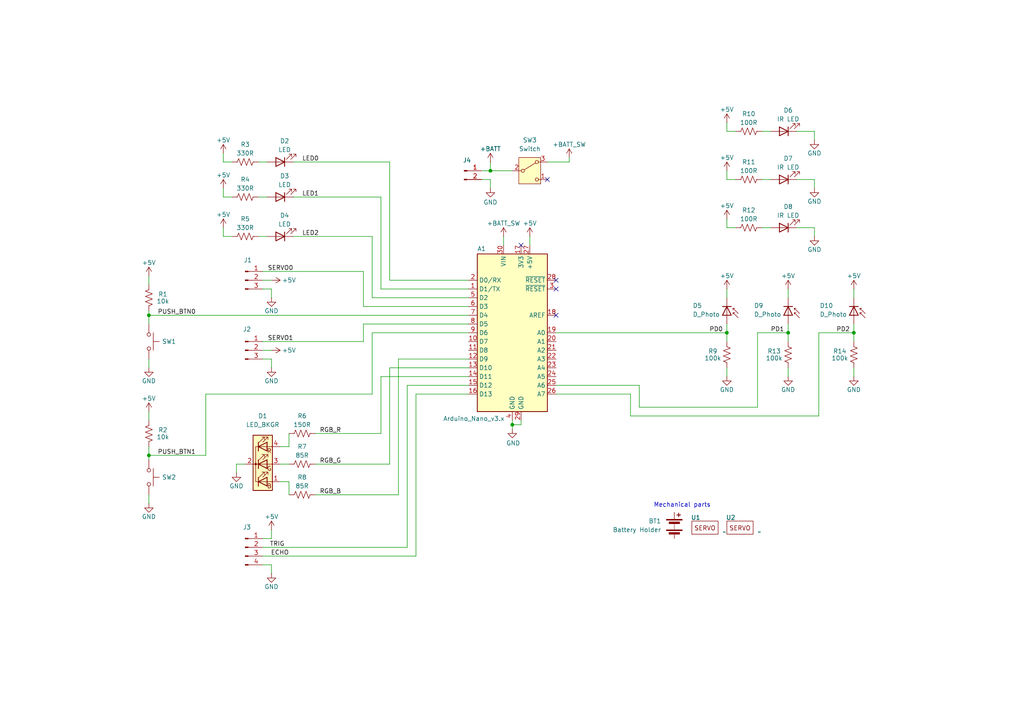
<source format=kicad_sch>
(kicad_sch
	(version 20231120)
	(generator "eeschema")
	(generator_version "8.0")
	(uuid "9de140fd-a546-4656-a97e-49be7c9777a1")
	(paper "A4")
	(title_block
		(title "Ghost Bot")
		(date "2024-04-08")
		(rev "0.1")
	)
	(lib_symbols
		(symbol "Connector:Conn_01x02_Pin"
			(pin_names
				(offset 1.016) hide)
			(exclude_from_sim no)
			(in_bom yes)
			(on_board yes)
			(property "Reference" "J"
				(at 0 2.54 0)
				(effects
					(font
						(size 1.27 1.27)
					)
				)
			)
			(property "Value" "Conn_01x02_Pin"
				(at 0 -5.08 0)
				(effects
					(font
						(size 1.27 1.27)
					)
				)
			)
			(property "Footprint" ""
				(at 0 0 0)
				(effects
					(font
						(size 1.27 1.27)
					)
					(hide yes)
				)
			)
			(property "Datasheet" "~"
				(at 0 0 0)
				(effects
					(font
						(size 1.27 1.27)
					)
					(hide yes)
				)
			)
			(property "Description" "Generic connector, single row, 01x02, script generated"
				(at 0 0 0)
				(effects
					(font
						(size 1.27 1.27)
					)
					(hide yes)
				)
			)
			(property "ki_locked" ""
				(at 0 0 0)
				(effects
					(font
						(size 1.27 1.27)
					)
				)
			)
			(property "ki_keywords" "connector"
				(at 0 0 0)
				(effects
					(font
						(size 1.27 1.27)
					)
					(hide yes)
				)
			)
			(property "ki_fp_filters" "Connector*:*_1x??_*"
				(at 0 0 0)
				(effects
					(font
						(size 1.27 1.27)
					)
					(hide yes)
				)
			)
			(symbol "Conn_01x02_Pin_1_1"
				(polyline
					(pts
						(xy 1.27 -2.54) (xy 0.8636 -2.54)
					)
					(stroke
						(width 0.1524)
						(type default)
					)
					(fill
						(type none)
					)
				)
				(polyline
					(pts
						(xy 1.27 0) (xy 0.8636 0)
					)
					(stroke
						(width 0.1524)
						(type default)
					)
					(fill
						(type none)
					)
				)
				(rectangle
					(start 0.8636 -2.413)
					(end 0 -2.667)
					(stroke
						(width 0.1524)
						(type default)
					)
					(fill
						(type outline)
					)
				)
				(rectangle
					(start 0.8636 0.127)
					(end 0 -0.127)
					(stroke
						(width 0.1524)
						(type default)
					)
					(fill
						(type outline)
					)
				)
				(pin passive line
					(at 5.08 0 180)
					(length 3.81)
					(name "Pin_1"
						(effects
							(font
								(size 1.27 1.27)
							)
						)
					)
					(number "1"
						(effects
							(font
								(size 1.27 1.27)
							)
						)
					)
				)
				(pin passive line
					(at 5.08 -2.54 180)
					(length 3.81)
					(name "Pin_2"
						(effects
							(font
								(size 1.27 1.27)
							)
						)
					)
					(number "2"
						(effects
							(font
								(size 1.27 1.27)
							)
						)
					)
				)
			)
		)
		(symbol "Connector:Conn_01x03_Pin"
			(pin_names
				(offset 1.016) hide)
			(exclude_from_sim no)
			(in_bom yes)
			(on_board yes)
			(property "Reference" "J"
				(at 0 5.08 0)
				(effects
					(font
						(size 1.27 1.27)
					)
				)
			)
			(property "Value" "Conn_01x03_Pin"
				(at 0 -5.08 0)
				(effects
					(font
						(size 1.27 1.27)
					)
				)
			)
			(property "Footprint" ""
				(at 0 0 0)
				(effects
					(font
						(size 1.27 1.27)
					)
					(hide yes)
				)
			)
			(property "Datasheet" "~"
				(at 0 0 0)
				(effects
					(font
						(size 1.27 1.27)
					)
					(hide yes)
				)
			)
			(property "Description" "Generic connector, single row, 01x03, script generated"
				(at 0 0 0)
				(effects
					(font
						(size 1.27 1.27)
					)
					(hide yes)
				)
			)
			(property "ki_locked" ""
				(at 0 0 0)
				(effects
					(font
						(size 1.27 1.27)
					)
				)
			)
			(property "ki_keywords" "connector"
				(at 0 0 0)
				(effects
					(font
						(size 1.27 1.27)
					)
					(hide yes)
				)
			)
			(property "ki_fp_filters" "Connector*:*_1x??_*"
				(at 0 0 0)
				(effects
					(font
						(size 1.27 1.27)
					)
					(hide yes)
				)
			)
			(symbol "Conn_01x03_Pin_1_1"
				(polyline
					(pts
						(xy 1.27 -2.54) (xy 0.8636 -2.54)
					)
					(stroke
						(width 0.1524)
						(type default)
					)
					(fill
						(type none)
					)
				)
				(polyline
					(pts
						(xy 1.27 0) (xy 0.8636 0)
					)
					(stroke
						(width 0.1524)
						(type default)
					)
					(fill
						(type none)
					)
				)
				(polyline
					(pts
						(xy 1.27 2.54) (xy 0.8636 2.54)
					)
					(stroke
						(width 0.1524)
						(type default)
					)
					(fill
						(type none)
					)
				)
				(rectangle
					(start 0.8636 -2.413)
					(end 0 -2.667)
					(stroke
						(width 0.1524)
						(type default)
					)
					(fill
						(type outline)
					)
				)
				(rectangle
					(start 0.8636 0.127)
					(end 0 -0.127)
					(stroke
						(width 0.1524)
						(type default)
					)
					(fill
						(type outline)
					)
				)
				(rectangle
					(start 0.8636 2.667)
					(end 0 2.413)
					(stroke
						(width 0.1524)
						(type default)
					)
					(fill
						(type outline)
					)
				)
				(pin passive line
					(at 5.08 2.54 180)
					(length 3.81)
					(name "Pin_1"
						(effects
							(font
								(size 1.27 1.27)
							)
						)
					)
					(number "1"
						(effects
							(font
								(size 1.27 1.27)
							)
						)
					)
				)
				(pin passive line
					(at 5.08 0 180)
					(length 3.81)
					(name "Pin_2"
						(effects
							(font
								(size 1.27 1.27)
							)
						)
					)
					(number "2"
						(effects
							(font
								(size 1.27 1.27)
							)
						)
					)
				)
				(pin passive line
					(at 5.08 -2.54 180)
					(length 3.81)
					(name "Pin_3"
						(effects
							(font
								(size 1.27 1.27)
							)
						)
					)
					(number "3"
						(effects
							(font
								(size 1.27 1.27)
							)
						)
					)
				)
			)
		)
		(symbol "Connector:Conn_01x04_Pin"
			(pin_names
				(offset 1.016) hide)
			(exclude_from_sim no)
			(in_bom yes)
			(on_board yes)
			(property "Reference" "J"
				(at 0 5.08 0)
				(effects
					(font
						(size 1.27 1.27)
					)
				)
			)
			(property "Value" "Conn_01x04_Pin"
				(at 0 -7.62 0)
				(effects
					(font
						(size 1.27 1.27)
					)
				)
			)
			(property "Footprint" ""
				(at 0 0 0)
				(effects
					(font
						(size 1.27 1.27)
					)
					(hide yes)
				)
			)
			(property "Datasheet" "~"
				(at 0 0 0)
				(effects
					(font
						(size 1.27 1.27)
					)
					(hide yes)
				)
			)
			(property "Description" "Generic connector, single row, 01x04, script generated"
				(at 0 0 0)
				(effects
					(font
						(size 1.27 1.27)
					)
					(hide yes)
				)
			)
			(property "ki_locked" ""
				(at 0 0 0)
				(effects
					(font
						(size 1.27 1.27)
					)
				)
			)
			(property "ki_keywords" "connector"
				(at 0 0 0)
				(effects
					(font
						(size 1.27 1.27)
					)
					(hide yes)
				)
			)
			(property "ki_fp_filters" "Connector*:*_1x??_*"
				(at 0 0 0)
				(effects
					(font
						(size 1.27 1.27)
					)
					(hide yes)
				)
			)
			(symbol "Conn_01x04_Pin_1_1"
				(polyline
					(pts
						(xy 1.27 -5.08) (xy 0.8636 -5.08)
					)
					(stroke
						(width 0.1524)
						(type default)
					)
					(fill
						(type none)
					)
				)
				(polyline
					(pts
						(xy 1.27 -2.54) (xy 0.8636 -2.54)
					)
					(stroke
						(width 0.1524)
						(type default)
					)
					(fill
						(type none)
					)
				)
				(polyline
					(pts
						(xy 1.27 0) (xy 0.8636 0)
					)
					(stroke
						(width 0.1524)
						(type default)
					)
					(fill
						(type none)
					)
				)
				(polyline
					(pts
						(xy 1.27 2.54) (xy 0.8636 2.54)
					)
					(stroke
						(width 0.1524)
						(type default)
					)
					(fill
						(type none)
					)
				)
				(rectangle
					(start 0.8636 -4.953)
					(end 0 -5.207)
					(stroke
						(width 0.1524)
						(type default)
					)
					(fill
						(type outline)
					)
				)
				(rectangle
					(start 0.8636 -2.413)
					(end 0 -2.667)
					(stroke
						(width 0.1524)
						(type default)
					)
					(fill
						(type outline)
					)
				)
				(rectangle
					(start 0.8636 0.127)
					(end 0 -0.127)
					(stroke
						(width 0.1524)
						(type default)
					)
					(fill
						(type outline)
					)
				)
				(rectangle
					(start 0.8636 2.667)
					(end 0 2.413)
					(stroke
						(width 0.1524)
						(type default)
					)
					(fill
						(type outline)
					)
				)
				(pin passive line
					(at 5.08 2.54 180)
					(length 3.81)
					(name "Pin_1"
						(effects
							(font
								(size 1.27 1.27)
							)
						)
					)
					(number "1"
						(effects
							(font
								(size 1.27 1.27)
							)
						)
					)
				)
				(pin passive line
					(at 5.08 0 180)
					(length 3.81)
					(name "Pin_2"
						(effects
							(font
								(size 1.27 1.27)
							)
						)
					)
					(number "2"
						(effects
							(font
								(size 1.27 1.27)
							)
						)
					)
				)
				(pin passive line
					(at 5.08 -2.54 180)
					(length 3.81)
					(name "Pin_3"
						(effects
							(font
								(size 1.27 1.27)
							)
						)
					)
					(number "3"
						(effects
							(font
								(size 1.27 1.27)
							)
						)
					)
				)
				(pin passive line
					(at 5.08 -5.08 180)
					(length 3.81)
					(name "Pin_4"
						(effects
							(font
								(size 1.27 1.27)
							)
						)
					)
					(number "4"
						(effects
							(font
								(size 1.27 1.27)
							)
						)
					)
				)
			)
		)
		(symbol "Device:D_Photo"
			(pin_numbers hide)
			(pin_names hide)
			(exclude_from_sim no)
			(in_bom yes)
			(on_board yes)
			(property "Reference" "D"
				(at 0.508 1.778 0)
				(effects
					(font
						(size 1.27 1.27)
					)
					(justify left)
				)
			)
			(property "Value" "D_Photo"
				(at -1.016 -2.794 0)
				(effects
					(font
						(size 1.27 1.27)
					)
				)
			)
			(property "Footprint" ""
				(at -1.27 0 0)
				(effects
					(font
						(size 1.27 1.27)
					)
					(hide yes)
				)
			)
			(property "Datasheet" "~"
				(at -1.27 0 0)
				(effects
					(font
						(size 1.27 1.27)
					)
					(hide yes)
				)
			)
			(property "Description" "Photodiode"
				(at 0 0 0)
				(effects
					(font
						(size 1.27 1.27)
					)
					(hide yes)
				)
			)
			(property "ki_keywords" "photodiode diode opto"
				(at 0 0 0)
				(effects
					(font
						(size 1.27 1.27)
					)
					(hide yes)
				)
			)
			(symbol "D_Photo_0_1"
				(polyline
					(pts
						(xy -2.54 1.27) (xy -2.54 -1.27)
					)
					(stroke
						(width 0.254)
						(type default)
					)
					(fill
						(type none)
					)
				)
				(polyline
					(pts
						(xy -2.032 1.778) (xy -1.524 1.778)
					)
					(stroke
						(width 0)
						(type default)
					)
					(fill
						(type none)
					)
				)
				(polyline
					(pts
						(xy 0 0) (xy -2.54 0)
					)
					(stroke
						(width 0)
						(type default)
					)
					(fill
						(type none)
					)
				)
				(polyline
					(pts
						(xy -0.508 3.302) (xy -2.032 1.778) (xy -2.032 2.286)
					)
					(stroke
						(width 0)
						(type default)
					)
					(fill
						(type none)
					)
				)
				(polyline
					(pts
						(xy 0 -1.27) (xy 0 1.27) (xy -2.54 0) (xy 0 -1.27)
					)
					(stroke
						(width 0.254)
						(type default)
					)
					(fill
						(type none)
					)
				)
				(polyline
					(pts
						(xy 0.762 3.302) (xy -0.762 1.778) (xy -0.762 2.286) (xy -0.762 1.778) (xy -0.254 1.778)
					)
					(stroke
						(width 0)
						(type default)
					)
					(fill
						(type none)
					)
				)
			)
			(symbol "D_Photo_1_1"
				(pin passive line
					(at -5.08 0 0)
					(length 2.54)
					(name "K"
						(effects
							(font
								(size 1.27 1.27)
							)
						)
					)
					(number "1"
						(effects
							(font
								(size 1.27 1.27)
							)
						)
					)
				)
				(pin passive line
					(at 2.54 0 180)
					(length 2.54)
					(name "A"
						(effects
							(font
								(size 1.27 1.27)
							)
						)
					)
					(number "2"
						(effects
							(font
								(size 1.27 1.27)
							)
						)
					)
				)
			)
		)
		(symbol "Device:LED"
			(pin_numbers hide)
			(pin_names
				(offset 1.016) hide)
			(exclude_from_sim no)
			(in_bom yes)
			(on_board yes)
			(property "Reference" "D"
				(at 0 2.54 0)
				(effects
					(font
						(size 1.27 1.27)
					)
				)
			)
			(property "Value" "LED"
				(at 0 -2.54 0)
				(effects
					(font
						(size 1.27 1.27)
					)
				)
			)
			(property "Footprint" ""
				(at 0 0 0)
				(effects
					(font
						(size 1.27 1.27)
					)
					(hide yes)
				)
			)
			(property "Datasheet" "~"
				(at 0 0 0)
				(effects
					(font
						(size 1.27 1.27)
					)
					(hide yes)
				)
			)
			(property "Description" "Light emitting diode"
				(at 0 0 0)
				(effects
					(font
						(size 1.27 1.27)
					)
					(hide yes)
				)
			)
			(property "ki_keywords" "LED diode"
				(at 0 0 0)
				(effects
					(font
						(size 1.27 1.27)
					)
					(hide yes)
				)
			)
			(property "ki_fp_filters" "LED* LED_SMD:* LED_THT:*"
				(at 0 0 0)
				(effects
					(font
						(size 1.27 1.27)
					)
					(hide yes)
				)
			)
			(symbol "LED_0_1"
				(polyline
					(pts
						(xy -1.27 -1.27) (xy -1.27 1.27)
					)
					(stroke
						(width 0.254)
						(type default)
					)
					(fill
						(type none)
					)
				)
				(polyline
					(pts
						(xy -1.27 0) (xy 1.27 0)
					)
					(stroke
						(width 0)
						(type default)
					)
					(fill
						(type none)
					)
				)
				(polyline
					(pts
						(xy 1.27 -1.27) (xy 1.27 1.27) (xy -1.27 0) (xy 1.27 -1.27)
					)
					(stroke
						(width 0.254)
						(type default)
					)
					(fill
						(type none)
					)
				)
				(polyline
					(pts
						(xy -3.048 -0.762) (xy -4.572 -2.286) (xy -3.81 -2.286) (xy -4.572 -2.286) (xy -4.572 -1.524)
					)
					(stroke
						(width 0)
						(type default)
					)
					(fill
						(type none)
					)
				)
				(polyline
					(pts
						(xy -1.778 -0.762) (xy -3.302 -2.286) (xy -2.54 -2.286) (xy -3.302 -2.286) (xy -3.302 -1.524)
					)
					(stroke
						(width 0)
						(type default)
					)
					(fill
						(type none)
					)
				)
			)
			(symbol "LED_1_1"
				(pin passive line
					(at -3.81 0 0)
					(length 2.54)
					(name "K"
						(effects
							(font
								(size 1.27 1.27)
							)
						)
					)
					(number "1"
						(effects
							(font
								(size 1.27 1.27)
							)
						)
					)
				)
				(pin passive line
					(at 3.81 0 180)
					(length 2.54)
					(name "A"
						(effects
							(font
								(size 1.27 1.27)
							)
						)
					)
					(number "2"
						(effects
							(font
								(size 1.27 1.27)
							)
						)
					)
				)
			)
		)
		(symbol "Device:LED_BKGR"
			(pin_names
				(offset 0) hide)
			(exclude_from_sim no)
			(in_bom yes)
			(on_board yes)
			(property "Reference" "D"
				(at 0 9.398 0)
				(effects
					(font
						(size 1.27 1.27)
					)
				)
			)
			(property "Value" "LED_BKGR"
				(at 0 -8.89 0)
				(effects
					(font
						(size 1.27 1.27)
					)
				)
			)
			(property "Footprint" ""
				(at 0 -1.27 0)
				(effects
					(font
						(size 1.27 1.27)
					)
					(hide yes)
				)
			)
			(property "Datasheet" "~"
				(at 0 -1.27 0)
				(effects
					(font
						(size 1.27 1.27)
					)
					(hide yes)
				)
			)
			(property "Description" "RGB LED, blue/cathode/green/red"
				(at 0 0 0)
				(effects
					(font
						(size 1.27 1.27)
					)
					(hide yes)
				)
			)
			(property "ki_keywords" "LED RGB diode"
				(at 0 0 0)
				(effects
					(font
						(size 1.27 1.27)
					)
					(hide yes)
				)
			)
			(property "ki_fp_filters" "LED* LED_SMD:* LED_THT:*"
				(at 0 0 0)
				(effects
					(font
						(size 1.27 1.27)
					)
					(hide yes)
				)
			)
			(symbol "LED_BKGR_0_0"
				(text "B"
					(at 1.905 -6.35 0)
					(effects
						(font
							(size 1.27 1.27)
						)
					)
				)
				(text "G"
					(at 1.905 -1.27 0)
					(effects
						(font
							(size 1.27 1.27)
						)
					)
				)
				(text "R"
					(at 1.905 3.81 0)
					(effects
						(font
							(size 1.27 1.27)
						)
					)
				)
			)
			(symbol "LED_BKGR_0_1"
				(circle
					(center -2.032 0)
					(radius 0.254)
					(stroke
						(width 0)
						(type default)
					)
					(fill
						(type outline)
					)
				)
				(polyline
					(pts
						(xy -1.27 -5.08) (xy 1.27 -5.08)
					)
					(stroke
						(width 0)
						(type default)
					)
					(fill
						(type none)
					)
				)
				(polyline
					(pts
						(xy -1.27 -3.81) (xy -1.27 -6.35)
					)
					(stroke
						(width 0.254)
						(type default)
					)
					(fill
						(type none)
					)
				)
				(polyline
					(pts
						(xy -1.27 0) (xy -2.54 0)
					)
					(stroke
						(width 0)
						(type default)
					)
					(fill
						(type none)
					)
				)
				(polyline
					(pts
						(xy -1.27 1.27) (xy -1.27 -1.27)
					)
					(stroke
						(width 0.254)
						(type default)
					)
					(fill
						(type none)
					)
				)
				(polyline
					(pts
						(xy -1.27 5.08) (xy 1.27 5.08)
					)
					(stroke
						(width 0)
						(type default)
					)
					(fill
						(type none)
					)
				)
				(polyline
					(pts
						(xy -1.27 6.35) (xy -1.27 3.81)
					)
					(stroke
						(width 0.254)
						(type default)
					)
					(fill
						(type none)
					)
				)
				(polyline
					(pts
						(xy 1.27 -5.08) (xy 2.54 -5.08)
					)
					(stroke
						(width 0)
						(type default)
					)
					(fill
						(type none)
					)
				)
				(polyline
					(pts
						(xy 1.27 0) (xy -1.27 0)
					)
					(stroke
						(width 0)
						(type default)
					)
					(fill
						(type none)
					)
				)
				(polyline
					(pts
						(xy 1.27 0) (xy 2.54 0)
					)
					(stroke
						(width 0)
						(type default)
					)
					(fill
						(type none)
					)
				)
				(polyline
					(pts
						(xy 1.27 5.08) (xy 2.54 5.08)
					)
					(stroke
						(width 0)
						(type default)
					)
					(fill
						(type none)
					)
				)
				(polyline
					(pts
						(xy -1.27 1.27) (xy -1.27 -1.27) (xy -1.27 -1.27)
					)
					(stroke
						(width 0)
						(type default)
					)
					(fill
						(type none)
					)
				)
				(polyline
					(pts
						(xy -1.27 6.35) (xy -1.27 3.81) (xy -1.27 3.81)
					)
					(stroke
						(width 0)
						(type default)
					)
					(fill
						(type none)
					)
				)
				(polyline
					(pts
						(xy -1.27 5.08) (xy -2.032 5.08) (xy -2.032 -5.08) (xy -1.016 -5.08)
					)
					(stroke
						(width 0)
						(type default)
					)
					(fill
						(type none)
					)
				)
				(polyline
					(pts
						(xy 1.27 -3.81) (xy 1.27 -6.35) (xy -1.27 -5.08) (xy 1.27 -3.81)
					)
					(stroke
						(width 0.254)
						(type default)
					)
					(fill
						(type none)
					)
				)
				(polyline
					(pts
						(xy 1.27 1.27) (xy 1.27 -1.27) (xy -1.27 0) (xy 1.27 1.27)
					)
					(stroke
						(width 0.254)
						(type default)
					)
					(fill
						(type none)
					)
				)
				(polyline
					(pts
						(xy 1.27 6.35) (xy 1.27 3.81) (xy -1.27 5.08) (xy 1.27 6.35)
					)
					(stroke
						(width 0.254)
						(type default)
					)
					(fill
						(type none)
					)
				)
				(polyline
					(pts
						(xy -1.016 -3.81) (xy 0.508 -2.286) (xy -0.254 -2.286) (xy 0.508 -2.286) (xy 0.508 -3.048)
					)
					(stroke
						(width 0)
						(type default)
					)
					(fill
						(type none)
					)
				)
				(polyline
					(pts
						(xy -1.016 1.27) (xy 0.508 2.794) (xy -0.254 2.794) (xy 0.508 2.794) (xy 0.508 2.032)
					)
					(stroke
						(width 0)
						(type default)
					)
					(fill
						(type none)
					)
				)
				(polyline
					(pts
						(xy -1.016 6.35) (xy 0.508 7.874) (xy -0.254 7.874) (xy 0.508 7.874) (xy 0.508 7.112)
					)
					(stroke
						(width 0)
						(type default)
					)
					(fill
						(type none)
					)
				)
				(polyline
					(pts
						(xy 0 -3.81) (xy 1.524 -2.286) (xy 0.762 -2.286) (xy 1.524 -2.286) (xy 1.524 -3.048)
					)
					(stroke
						(width 0)
						(type default)
					)
					(fill
						(type none)
					)
				)
				(polyline
					(pts
						(xy 0 1.27) (xy 1.524 2.794) (xy 0.762 2.794) (xy 1.524 2.794) (xy 1.524 2.032)
					)
					(stroke
						(width 0)
						(type default)
					)
					(fill
						(type none)
					)
				)
				(polyline
					(pts
						(xy 0 6.35) (xy 1.524 7.874) (xy 0.762 7.874) (xy 1.524 7.874) (xy 1.524 7.112)
					)
					(stroke
						(width 0)
						(type default)
					)
					(fill
						(type none)
					)
				)
				(rectangle
					(start 1.27 -1.27)
					(end 1.27 1.27)
					(stroke
						(width 0)
						(type default)
					)
					(fill
						(type none)
					)
				)
				(rectangle
					(start 1.27 1.27)
					(end 1.27 1.27)
					(stroke
						(width 0)
						(type default)
					)
					(fill
						(type none)
					)
				)
				(rectangle
					(start 1.27 3.81)
					(end 1.27 6.35)
					(stroke
						(width 0)
						(type default)
					)
					(fill
						(type none)
					)
				)
				(rectangle
					(start 1.27 6.35)
					(end 1.27 6.35)
					(stroke
						(width 0)
						(type default)
					)
					(fill
						(type none)
					)
				)
				(rectangle
					(start 2.794 8.382)
					(end -2.794 -7.62)
					(stroke
						(width 0.254)
						(type default)
					)
					(fill
						(type background)
					)
				)
			)
			(symbol "LED_BKGR_1_1"
				(pin passive line
					(at 5.08 -5.08 180)
					(length 2.54)
					(name "BA"
						(effects
							(font
								(size 1.27 1.27)
							)
						)
					)
					(number "1"
						(effects
							(font
								(size 1.27 1.27)
							)
						)
					)
				)
				(pin passive line
					(at -5.08 0 0)
					(length 2.54)
					(name "K"
						(effects
							(font
								(size 1.27 1.27)
							)
						)
					)
					(number "2"
						(effects
							(font
								(size 1.27 1.27)
							)
						)
					)
				)
				(pin passive line
					(at 5.08 0 180)
					(length 2.54)
					(name "GA"
						(effects
							(font
								(size 1.27 1.27)
							)
						)
					)
					(number "3"
						(effects
							(font
								(size 1.27 1.27)
							)
						)
					)
				)
				(pin passive line
					(at 5.08 5.08 180)
					(length 2.54)
					(name "RA"
						(effects
							(font
								(size 1.27 1.27)
							)
						)
					)
					(number "4"
						(effects
							(font
								(size 1.27 1.27)
							)
						)
					)
				)
			)
		)
		(symbol "Device:R_US"
			(pin_numbers hide)
			(pin_names
				(offset 0)
			)
			(exclude_from_sim no)
			(in_bom yes)
			(on_board yes)
			(property "Reference" "R"
				(at 2.54 0 90)
				(effects
					(font
						(size 1.27 1.27)
					)
				)
			)
			(property "Value" "R_US"
				(at -2.54 0 90)
				(effects
					(font
						(size 1.27 1.27)
					)
				)
			)
			(property "Footprint" ""
				(at 1.016 -0.254 90)
				(effects
					(font
						(size 1.27 1.27)
					)
					(hide yes)
				)
			)
			(property "Datasheet" "~"
				(at 0 0 0)
				(effects
					(font
						(size 1.27 1.27)
					)
					(hide yes)
				)
			)
			(property "Description" "Resistor, US symbol"
				(at 0 0 0)
				(effects
					(font
						(size 1.27 1.27)
					)
					(hide yes)
				)
			)
			(property "ki_keywords" "R res resistor"
				(at 0 0 0)
				(effects
					(font
						(size 1.27 1.27)
					)
					(hide yes)
				)
			)
			(property "ki_fp_filters" "R_*"
				(at 0 0 0)
				(effects
					(font
						(size 1.27 1.27)
					)
					(hide yes)
				)
			)
			(symbol "R_US_0_1"
				(polyline
					(pts
						(xy 0 -2.286) (xy 0 -2.54)
					)
					(stroke
						(width 0)
						(type default)
					)
					(fill
						(type none)
					)
				)
				(polyline
					(pts
						(xy 0 2.286) (xy 0 2.54)
					)
					(stroke
						(width 0)
						(type default)
					)
					(fill
						(type none)
					)
				)
				(polyline
					(pts
						(xy 0 -0.762) (xy 1.016 -1.143) (xy 0 -1.524) (xy -1.016 -1.905) (xy 0 -2.286)
					)
					(stroke
						(width 0)
						(type default)
					)
					(fill
						(type none)
					)
				)
				(polyline
					(pts
						(xy 0 0.762) (xy 1.016 0.381) (xy 0 0) (xy -1.016 -0.381) (xy 0 -0.762)
					)
					(stroke
						(width 0)
						(type default)
					)
					(fill
						(type none)
					)
				)
				(polyline
					(pts
						(xy 0 2.286) (xy 1.016 1.905) (xy 0 1.524) (xy -1.016 1.143) (xy 0 0.762)
					)
					(stroke
						(width 0)
						(type default)
					)
					(fill
						(type none)
					)
				)
			)
			(symbol "R_US_1_1"
				(pin passive line
					(at 0 3.81 270)
					(length 1.27)
					(name "~"
						(effects
							(font
								(size 1.27 1.27)
							)
						)
					)
					(number "1"
						(effects
							(font
								(size 1.27 1.27)
							)
						)
					)
				)
				(pin passive line
					(at 0 -3.81 90)
					(length 1.27)
					(name "~"
						(effects
							(font
								(size 1.27 1.27)
							)
						)
					)
					(number "2"
						(effects
							(font
								(size 1.27 1.27)
							)
						)
					)
				)
			)
		)
		(symbol "MCU_Module:Arduino_Nano_v3.x"
			(exclude_from_sim no)
			(in_bom yes)
			(on_board yes)
			(property "Reference" "A"
				(at -10.16 23.495 0)
				(effects
					(font
						(size 1.27 1.27)
					)
					(justify left bottom)
				)
			)
			(property "Value" "Arduino_Nano_v3.x"
				(at 5.08 -24.13 0)
				(effects
					(font
						(size 1.27 1.27)
					)
					(justify left top)
				)
			)
			(property "Footprint" "Module:Arduino_Nano"
				(at 0 0 0)
				(effects
					(font
						(size 1.27 1.27)
						(italic yes)
					)
					(hide yes)
				)
			)
			(property "Datasheet" "http://www.mouser.com/pdfdocs/Gravitech_Arduino_Nano3_0.pdf"
				(at 0 0 0)
				(effects
					(font
						(size 1.27 1.27)
					)
					(hide yes)
				)
			)
			(property "Description" "Arduino Nano v3.x"
				(at 0 0 0)
				(effects
					(font
						(size 1.27 1.27)
					)
					(hide yes)
				)
			)
			(property "ki_keywords" "Arduino nano microcontroller module USB"
				(at 0 0 0)
				(effects
					(font
						(size 1.27 1.27)
					)
					(hide yes)
				)
			)
			(property "ki_fp_filters" "Arduino*Nano*"
				(at 0 0 0)
				(effects
					(font
						(size 1.27 1.27)
					)
					(hide yes)
				)
			)
			(symbol "Arduino_Nano_v3.x_0_1"
				(rectangle
					(start -10.16 22.86)
					(end 10.16 -22.86)
					(stroke
						(width 0.254)
						(type default)
					)
					(fill
						(type background)
					)
				)
			)
			(symbol "Arduino_Nano_v3.x_1_1"
				(pin bidirectional line
					(at -12.7 12.7 0)
					(length 2.54)
					(name "D1/TX"
						(effects
							(font
								(size 1.27 1.27)
							)
						)
					)
					(number "1"
						(effects
							(font
								(size 1.27 1.27)
							)
						)
					)
				)
				(pin bidirectional line
					(at -12.7 -2.54 0)
					(length 2.54)
					(name "D7"
						(effects
							(font
								(size 1.27 1.27)
							)
						)
					)
					(number "10"
						(effects
							(font
								(size 1.27 1.27)
							)
						)
					)
				)
				(pin bidirectional line
					(at -12.7 -5.08 0)
					(length 2.54)
					(name "D8"
						(effects
							(font
								(size 1.27 1.27)
							)
						)
					)
					(number "11"
						(effects
							(font
								(size 1.27 1.27)
							)
						)
					)
				)
				(pin bidirectional line
					(at -12.7 -7.62 0)
					(length 2.54)
					(name "D9"
						(effects
							(font
								(size 1.27 1.27)
							)
						)
					)
					(number "12"
						(effects
							(font
								(size 1.27 1.27)
							)
						)
					)
				)
				(pin bidirectional line
					(at -12.7 -10.16 0)
					(length 2.54)
					(name "D10"
						(effects
							(font
								(size 1.27 1.27)
							)
						)
					)
					(number "13"
						(effects
							(font
								(size 1.27 1.27)
							)
						)
					)
				)
				(pin bidirectional line
					(at -12.7 -12.7 0)
					(length 2.54)
					(name "D11"
						(effects
							(font
								(size 1.27 1.27)
							)
						)
					)
					(number "14"
						(effects
							(font
								(size 1.27 1.27)
							)
						)
					)
				)
				(pin bidirectional line
					(at -12.7 -15.24 0)
					(length 2.54)
					(name "D12"
						(effects
							(font
								(size 1.27 1.27)
							)
						)
					)
					(number "15"
						(effects
							(font
								(size 1.27 1.27)
							)
						)
					)
				)
				(pin bidirectional line
					(at -12.7 -17.78 0)
					(length 2.54)
					(name "D13"
						(effects
							(font
								(size 1.27 1.27)
							)
						)
					)
					(number "16"
						(effects
							(font
								(size 1.27 1.27)
							)
						)
					)
				)
				(pin power_out line
					(at 2.54 25.4 270)
					(length 2.54)
					(name "3V3"
						(effects
							(font
								(size 1.27 1.27)
							)
						)
					)
					(number "17"
						(effects
							(font
								(size 1.27 1.27)
							)
						)
					)
				)
				(pin input line
					(at 12.7 5.08 180)
					(length 2.54)
					(name "AREF"
						(effects
							(font
								(size 1.27 1.27)
							)
						)
					)
					(number "18"
						(effects
							(font
								(size 1.27 1.27)
							)
						)
					)
				)
				(pin bidirectional line
					(at 12.7 0 180)
					(length 2.54)
					(name "A0"
						(effects
							(font
								(size 1.27 1.27)
							)
						)
					)
					(number "19"
						(effects
							(font
								(size 1.27 1.27)
							)
						)
					)
				)
				(pin bidirectional line
					(at -12.7 15.24 0)
					(length 2.54)
					(name "D0/RX"
						(effects
							(font
								(size 1.27 1.27)
							)
						)
					)
					(number "2"
						(effects
							(font
								(size 1.27 1.27)
							)
						)
					)
				)
				(pin bidirectional line
					(at 12.7 -2.54 180)
					(length 2.54)
					(name "A1"
						(effects
							(font
								(size 1.27 1.27)
							)
						)
					)
					(number "20"
						(effects
							(font
								(size 1.27 1.27)
							)
						)
					)
				)
				(pin bidirectional line
					(at 12.7 -5.08 180)
					(length 2.54)
					(name "A2"
						(effects
							(font
								(size 1.27 1.27)
							)
						)
					)
					(number "21"
						(effects
							(font
								(size 1.27 1.27)
							)
						)
					)
				)
				(pin bidirectional line
					(at 12.7 -7.62 180)
					(length 2.54)
					(name "A3"
						(effects
							(font
								(size 1.27 1.27)
							)
						)
					)
					(number "22"
						(effects
							(font
								(size 1.27 1.27)
							)
						)
					)
				)
				(pin bidirectional line
					(at 12.7 -10.16 180)
					(length 2.54)
					(name "A4"
						(effects
							(font
								(size 1.27 1.27)
							)
						)
					)
					(number "23"
						(effects
							(font
								(size 1.27 1.27)
							)
						)
					)
				)
				(pin bidirectional line
					(at 12.7 -12.7 180)
					(length 2.54)
					(name "A5"
						(effects
							(font
								(size 1.27 1.27)
							)
						)
					)
					(number "24"
						(effects
							(font
								(size 1.27 1.27)
							)
						)
					)
				)
				(pin bidirectional line
					(at 12.7 -15.24 180)
					(length 2.54)
					(name "A6"
						(effects
							(font
								(size 1.27 1.27)
							)
						)
					)
					(number "25"
						(effects
							(font
								(size 1.27 1.27)
							)
						)
					)
				)
				(pin bidirectional line
					(at 12.7 -17.78 180)
					(length 2.54)
					(name "A7"
						(effects
							(font
								(size 1.27 1.27)
							)
						)
					)
					(number "26"
						(effects
							(font
								(size 1.27 1.27)
							)
						)
					)
				)
				(pin power_out line
					(at 5.08 25.4 270)
					(length 2.54)
					(name "+5V"
						(effects
							(font
								(size 1.27 1.27)
							)
						)
					)
					(number "27"
						(effects
							(font
								(size 1.27 1.27)
							)
						)
					)
				)
				(pin input line
					(at 12.7 15.24 180)
					(length 2.54)
					(name "~{RESET}"
						(effects
							(font
								(size 1.27 1.27)
							)
						)
					)
					(number "28"
						(effects
							(font
								(size 1.27 1.27)
							)
						)
					)
				)
				(pin power_in line
					(at 2.54 -25.4 90)
					(length 2.54)
					(name "GND"
						(effects
							(font
								(size 1.27 1.27)
							)
						)
					)
					(number "29"
						(effects
							(font
								(size 1.27 1.27)
							)
						)
					)
				)
				(pin input line
					(at 12.7 12.7 180)
					(length 2.54)
					(name "~{RESET}"
						(effects
							(font
								(size 1.27 1.27)
							)
						)
					)
					(number "3"
						(effects
							(font
								(size 1.27 1.27)
							)
						)
					)
				)
				(pin power_in line
					(at -2.54 25.4 270)
					(length 2.54)
					(name "VIN"
						(effects
							(font
								(size 1.27 1.27)
							)
						)
					)
					(number "30"
						(effects
							(font
								(size 1.27 1.27)
							)
						)
					)
				)
				(pin power_in line
					(at 0 -25.4 90)
					(length 2.54)
					(name "GND"
						(effects
							(font
								(size 1.27 1.27)
							)
						)
					)
					(number "4"
						(effects
							(font
								(size 1.27 1.27)
							)
						)
					)
				)
				(pin bidirectional line
					(at -12.7 10.16 0)
					(length 2.54)
					(name "D2"
						(effects
							(font
								(size 1.27 1.27)
							)
						)
					)
					(number "5"
						(effects
							(font
								(size 1.27 1.27)
							)
						)
					)
				)
				(pin bidirectional line
					(at -12.7 7.62 0)
					(length 2.54)
					(name "D3"
						(effects
							(font
								(size 1.27 1.27)
							)
						)
					)
					(number "6"
						(effects
							(font
								(size 1.27 1.27)
							)
						)
					)
				)
				(pin bidirectional line
					(at -12.7 5.08 0)
					(length 2.54)
					(name "D4"
						(effects
							(font
								(size 1.27 1.27)
							)
						)
					)
					(number "7"
						(effects
							(font
								(size 1.27 1.27)
							)
						)
					)
				)
				(pin bidirectional line
					(at -12.7 2.54 0)
					(length 2.54)
					(name "D5"
						(effects
							(font
								(size 1.27 1.27)
							)
						)
					)
					(number "8"
						(effects
							(font
								(size 1.27 1.27)
							)
						)
					)
				)
				(pin bidirectional line
					(at -12.7 0 0)
					(length 2.54)
					(name "D6"
						(effects
							(font
								(size 1.27 1.27)
							)
						)
					)
					(number "9"
						(effects
							(font
								(size 1.27 1.27)
							)
						)
					)
				)
			)
		)
		(symbol "Switch:SW_Push"
			(pin_numbers hide)
			(pin_names
				(offset 1.016) hide)
			(exclude_from_sim no)
			(in_bom yes)
			(on_board yes)
			(property "Reference" "SW"
				(at 1.27 2.54 0)
				(effects
					(font
						(size 1.27 1.27)
					)
					(justify left)
				)
			)
			(property "Value" "SW_Push"
				(at 0 -1.524 0)
				(effects
					(font
						(size 1.27 1.27)
					)
				)
			)
			(property "Footprint" ""
				(at 0 5.08 0)
				(effects
					(font
						(size 1.27 1.27)
					)
					(hide yes)
				)
			)
			(property "Datasheet" "~"
				(at 0 5.08 0)
				(effects
					(font
						(size 1.27 1.27)
					)
					(hide yes)
				)
			)
			(property "Description" "Push button switch, generic, two pins"
				(at 0 0 0)
				(effects
					(font
						(size 1.27 1.27)
					)
					(hide yes)
				)
			)
			(property "ki_keywords" "switch normally-open pushbutton push-button"
				(at 0 0 0)
				(effects
					(font
						(size 1.27 1.27)
					)
					(hide yes)
				)
			)
			(symbol "SW_Push_0_1"
				(circle
					(center -2.032 0)
					(radius 0.508)
					(stroke
						(width 0)
						(type default)
					)
					(fill
						(type none)
					)
				)
				(polyline
					(pts
						(xy 0 1.27) (xy 0 3.048)
					)
					(stroke
						(width 0)
						(type default)
					)
					(fill
						(type none)
					)
				)
				(polyline
					(pts
						(xy 2.54 1.27) (xy -2.54 1.27)
					)
					(stroke
						(width 0)
						(type default)
					)
					(fill
						(type none)
					)
				)
				(circle
					(center 2.032 0)
					(radius 0.508)
					(stroke
						(width 0)
						(type default)
					)
					(fill
						(type none)
					)
				)
				(pin passive line
					(at -5.08 0 0)
					(length 2.54)
					(name "1"
						(effects
							(font
								(size 1.27 1.27)
							)
						)
					)
					(number "1"
						(effects
							(font
								(size 1.27 1.27)
							)
						)
					)
				)
				(pin passive line
					(at 5.08 0 180)
					(length 2.54)
					(name "2"
						(effects
							(font
								(size 1.27 1.27)
							)
						)
					)
					(number "2"
						(effects
							(font
								(size 1.27 1.27)
							)
						)
					)
				)
			)
		)
		(symbol "ghost-bot-symbols:Battery Holder"
			(pin_numbers hide)
			(pin_names
				(offset 0) hide)
			(exclude_from_sim no)
			(in_bom yes)
			(on_board yes)
			(property "Reference" "BT"
				(at 2.54 2.54 0)
				(effects
					(font
						(size 1.27 1.27)
					)
					(justify left)
				)
			)
			(property "Value" "Battery Holder"
				(at 2.54 0 0)
				(effects
					(font
						(size 1.27 1.27)
					)
					(justify left)
				)
			)
			(property "Footprint" ""
				(at 0 1.524 90)
				(effects
					(font
						(size 1.27 1.27)
					)
					(hide yes)
				)
			)
			(property "Datasheet" "~"
				(at 0 1.524 90)
				(effects
					(font
						(size 1.27 1.27)
					)
					(hide yes)
				)
			)
			(property "Description" "Multiple-cell battery"
				(at 0 0 0)
				(effects
					(font
						(size 1.27 1.27)
					)
					(hide yes)
				)
			)
			(property "ki_keywords" "batt voltage-source cell"
				(at 0 0 0)
				(effects
					(font
						(size 1.27 1.27)
					)
					(hide yes)
				)
			)
			(symbol "Battery Holder_0_1"
				(rectangle
					(start -2.286 -1.27)
					(end 2.286 -1.524)
					(stroke
						(width 0)
						(type default)
					)
					(fill
						(type outline)
					)
				)
				(rectangle
					(start -2.286 1.778)
					(end 2.286 1.524)
					(stroke
						(width 0)
						(type default)
					)
					(fill
						(type outline)
					)
				)
				(rectangle
					(start -1.524 -2.032)
					(end 1.524 -2.54)
					(stroke
						(width 0)
						(type default)
					)
					(fill
						(type outline)
					)
				)
				(rectangle
					(start -1.524 1.016)
					(end 1.524 0.508)
					(stroke
						(width 0)
						(type default)
					)
					(fill
						(type outline)
					)
				)
				(polyline
					(pts
						(xy 0 -2.54) (xy 0 -3.81)
					)
					(stroke
						(width 0)
						(type default)
					)
					(fill
						(type none)
					)
				)
				(polyline
					(pts
						(xy 0 -1.016) (xy 0 -0.762)
					)
					(stroke
						(width 0)
						(type default)
					)
					(fill
						(type none)
					)
				)
				(polyline
					(pts
						(xy 0 -0.508) (xy 0 -0.254)
					)
					(stroke
						(width 0)
						(type default)
					)
					(fill
						(type none)
					)
				)
				(polyline
					(pts
						(xy 0 0) (xy 0 0.254)
					)
					(stroke
						(width 0)
						(type default)
					)
					(fill
						(type none)
					)
				)
				(polyline
					(pts
						(xy 0 1.778) (xy 0 2.54)
					)
					(stroke
						(width 0)
						(type default)
					)
					(fill
						(type none)
					)
				)
				(polyline
					(pts
						(xy 0 2.54) (xy 0 3.81)
					)
					(stroke
						(width 0)
						(type default)
					)
					(fill
						(type none)
					)
				)
				(polyline
					(pts
						(xy 0.762 3.048) (xy 1.778 3.048)
					)
					(stroke
						(width 0.254)
						(type default)
					)
					(fill
						(type none)
					)
				)
				(polyline
					(pts
						(xy 1.27 3.556) (xy 1.27 2.54)
					)
					(stroke
						(width 0.254)
						(type default)
					)
					(fill
						(type none)
					)
				)
			)
		)
		(symbol "ghost-bot-symbols:Servo Mechanical"
			(exclude_from_sim no)
			(in_bom yes)
			(on_board yes)
			(property "Reference" "U"
				(at 0 0 0)
				(effects
					(font
						(size 1.27 1.27)
					)
				)
			)
			(property "Value" ""
				(at 0 0 0)
				(effects
					(font
						(size 1.27 1.27)
					)
				)
			)
			(property "Footprint" ""
				(at 0 0 0)
				(effects
					(font
						(size 1.27 1.27)
					)
					(hide yes)
				)
			)
			(property "Datasheet" ""
				(at 0 0 0)
				(effects
					(font
						(size 1.27 1.27)
					)
					(hide yes)
				)
			)
			(property "Description" ""
				(at 0 0 0)
				(effects
					(font
						(size 1.27 1.27)
					)
					(hide yes)
				)
			)
			(symbol "Servo Mechanical_1_1"
				(rectangle
					(start 0 0)
					(end 7.62 -3.81)
					(stroke
						(width 0)
						(type default)
					)
					(fill
						(type none)
					)
				)
				(text "SERVO"
					(at 3.81 -2.032 0)
					(effects
						(font
							(size 1.27 1.27)
						)
					)
				)
			)
		)
		(symbol "ghost-bot-symbols:Switch"
			(pin_names
				(offset 1) hide)
			(exclude_from_sim no)
			(in_bom yes)
			(on_board yes)
			(property "Reference" "SW"
				(at 0 5.08 0)
				(effects
					(font
						(size 1.27 1.27)
					)
				)
			)
			(property "Value" "Switch"
				(at 0 -5.08 0)
				(effects
					(font
						(size 1.27 1.27)
					)
				)
			)
			(property "Footprint" ""
				(at 0 -10.16 0)
				(effects
					(font
						(size 1.27 1.27)
					)
					(hide yes)
				)
			)
			(property "Datasheet" "~"
				(at 0 -7.62 0)
				(effects
					(font
						(size 1.27 1.27)
					)
					(hide yes)
				)
			)
			(property "Description" "Switch, single pole double throw"
				(at 0 0 0)
				(effects
					(font
						(size 1.27 1.27)
					)
					(hide yes)
				)
			)
			(property "ki_keywords" "switch single-pole double-throw spdt ON-ON"
				(at 0 0 0)
				(effects
					(font
						(size 1.27 1.27)
					)
					(hide yes)
				)
			)
			(symbol "Switch_0_1"
				(circle
					(center -2.032 0)
					(radius 0.4572)
					(stroke
						(width 0)
						(type default)
					)
					(fill
						(type none)
					)
				)
				(polyline
					(pts
						(xy -1.651 0.254) (xy 1.651 2.286)
					)
					(stroke
						(width 0)
						(type default)
					)
					(fill
						(type none)
					)
				)
				(circle
					(center 2.032 -2.54)
					(radius 0.4572)
					(stroke
						(width 0)
						(type default)
					)
					(fill
						(type none)
					)
				)
				(circle
					(center 2.032 2.54)
					(radius 0.4572)
					(stroke
						(width 0)
						(type default)
					)
					(fill
						(type none)
					)
				)
			)
			(symbol "Switch_1_0"
				(pin no_connect line
					(at 3.81 -12.7 180)
					(length 2.54) hide
					(name ""
						(effects
							(font
								(size 1.27 1.27)
							)
						)
					)
					(number "4"
						(effects
							(font
								(size 1.27 1.27)
							)
						)
					)
				)
				(pin no_connect line
					(at 3.81 -10.16 180)
					(length 2.54) hide
					(name ""
						(effects
							(font
								(size 1.27 1.27)
							)
						)
					)
					(number "5"
						(effects
							(font
								(size 1.27 1.27)
							)
						)
					)
				)
				(pin no_connect line
					(at 3.81 -15.24 180)
					(length 2.54) hide
					(name ""
						(effects
							(font
								(size 1.27 1.27)
							)
						)
					)
					(number "6"
						(effects
							(font
								(size 1.27 1.27)
							)
						)
					)
				)
			)
			(symbol "Switch_1_1"
				(rectangle
					(start -3.175 3.81)
					(end 3.175 -3.81)
					(stroke
						(width 0)
						(type default)
					)
					(fill
						(type background)
					)
				)
				(pin passive line
					(at 5.08 -2.54 180)
					(length 2.54)
					(name "C"
						(effects
							(font
								(size 1.27 1.27)
							)
						)
					)
					(number "1"
						(effects
							(font
								(size 1.27 1.27)
							)
						)
					)
				)
				(pin passive line
					(at -5.08 0 0)
					(length 2.54)
					(name "B"
						(effects
							(font
								(size 1.27 1.27)
							)
						)
					)
					(number "2"
						(effects
							(font
								(size 1.27 1.27)
							)
						)
					)
				)
				(pin passive line
					(at 5.08 2.54 180)
					(length 2.54)
					(name "A"
						(effects
							(font
								(size 1.27 1.27)
							)
						)
					)
					(number "3"
						(effects
							(font
								(size 1.27 1.27)
							)
						)
					)
				)
			)
		)
		(symbol "power:+5V"
			(power)
			(pin_numbers hide)
			(pin_names
				(offset 0) hide)
			(exclude_from_sim no)
			(in_bom yes)
			(on_board yes)
			(property "Reference" "#PWR"
				(at 0 -3.81 0)
				(effects
					(font
						(size 1.27 1.27)
					)
					(hide yes)
				)
			)
			(property "Value" "+5V"
				(at 0 3.556 0)
				(effects
					(font
						(size 1.27 1.27)
					)
				)
			)
			(property "Footprint" ""
				(at 0 0 0)
				(effects
					(font
						(size 1.27 1.27)
					)
					(hide yes)
				)
			)
			(property "Datasheet" ""
				(at 0 0 0)
				(effects
					(font
						(size 1.27 1.27)
					)
					(hide yes)
				)
			)
			(property "Description" "Power symbol creates a global label with name \"+5V\""
				(at 0 0 0)
				(effects
					(font
						(size 1.27 1.27)
					)
					(hide yes)
				)
			)
			(property "ki_keywords" "global power"
				(at 0 0 0)
				(effects
					(font
						(size 1.27 1.27)
					)
					(hide yes)
				)
			)
			(symbol "+5V_0_1"
				(polyline
					(pts
						(xy -0.762 1.27) (xy 0 2.54)
					)
					(stroke
						(width 0)
						(type default)
					)
					(fill
						(type none)
					)
				)
				(polyline
					(pts
						(xy 0 0) (xy 0 2.54)
					)
					(stroke
						(width 0)
						(type default)
					)
					(fill
						(type none)
					)
				)
				(polyline
					(pts
						(xy 0 2.54) (xy 0.762 1.27)
					)
					(stroke
						(width 0)
						(type default)
					)
					(fill
						(type none)
					)
				)
			)
			(symbol "+5V_1_1"
				(pin power_in line
					(at 0 0 90)
					(length 0)
					(name "~"
						(effects
							(font
								(size 1.27 1.27)
							)
						)
					)
					(number "1"
						(effects
							(font
								(size 1.27 1.27)
							)
						)
					)
				)
			)
		)
		(symbol "power:+BATT"
			(power)
			(pin_numbers hide)
			(pin_names
				(offset 0) hide)
			(exclude_from_sim no)
			(in_bom yes)
			(on_board yes)
			(property "Reference" "#PWR"
				(at 0 -3.81 0)
				(effects
					(font
						(size 1.27 1.27)
					)
					(hide yes)
				)
			)
			(property "Value" "+BATT"
				(at 0 3.556 0)
				(effects
					(font
						(size 1.27 1.27)
					)
				)
			)
			(property "Footprint" ""
				(at 0 0 0)
				(effects
					(font
						(size 1.27 1.27)
					)
					(hide yes)
				)
			)
			(property "Datasheet" ""
				(at 0 0 0)
				(effects
					(font
						(size 1.27 1.27)
					)
					(hide yes)
				)
			)
			(property "Description" "Power symbol creates a global label with name \"+BATT\""
				(at 0 0 0)
				(effects
					(font
						(size 1.27 1.27)
					)
					(hide yes)
				)
			)
			(property "ki_keywords" "global power battery"
				(at 0 0 0)
				(effects
					(font
						(size 1.27 1.27)
					)
					(hide yes)
				)
			)
			(symbol "+BATT_0_1"
				(polyline
					(pts
						(xy -0.762 1.27) (xy 0 2.54)
					)
					(stroke
						(width 0)
						(type default)
					)
					(fill
						(type none)
					)
				)
				(polyline
					(pts
						(xy 0 0) (xy 0 2.54)
					)
					(stroke
						(width 0)
						(type default)
					)
					(fill
						(type none)
					)
				)
				(polyline
					(pts
						(xy 0 2.54) (xy 0.762 1.27)
					)
					(stroke
						(width 0)
						(type default)
					)
					(fill
						(type none)
					)
				)
			)
			(symbol "+BATT_1_1"
				(pin power_in line
					(at 0 0 90)
					(length 0)
					(name "~"
						(effects
							(font
								(size 1.27 1.27)
							)
						)
					)
					(number "1"
						(effects
							(font
								(size 1.27 1.27)
							)
						)
					)
				)
			)
		)
		(symbol "power:GND"
			(power)
			(pin_numbers hide)
			(pin_names
				(offset 0) hide)
			(exclude_from_sim no)
			(in_bom yes)
			(on_board yes)
			(property "Reference" "#PWR"
				(at 0 -6.35 0)
				(effects
					(font
						(size 1.27 1.27)
					)
					(hide yes)
				)
			)
			(property "Value" "GND"
				(at 0 -3.81 0)
				(effects
					(font
						(size 1.27 1.27)
					)
				)
			)
			(property "Footprint" ""
				(at 0 0 0)
				(effects
					(font
						(size 1.27 1.27)
					)
					(hide yes)
				)
			)
			(property "Datasheet" ""
				(at 0 0 0)
				(effects
					(font
						(size 1.27 1.27)
					)
					(hide yes)
				)
			)
			(property "Description" "Power symbol creates a global label with name \"GND\" , ground"
				(at 0 0 0)
				(effects
					(font
						(size 1.27 1.27)
					)
					(hide yes)
				)
			)
			(property "ki_keywords" "global power"
				(at 0 0 0)
				(effects
					(font
						(size 1.27 1.27)
					)
					(hide yes)
				)
			)
			(symbol "GND_0_1"
				(polyline
					(pts
						(xy 0 0) (xy 0 -1.27) (xy 1.27 -1.27) (xy 0 -2.54) (xy -1.27 -1.27) (xy 0 -1.27)
					)
					(stroke
						(width 0)
						(type default)
					)
					(fill
						(type none)
					)
				)
			)
			(symbol "GND_1_1"
				(pin power_in line
					(at 0 0 270)
					(length 0)
					(name "~"
						(effects
							(font
								(size 1.27 1.27)
							)
						)
					)
					(number "1"
						(effects
							(font
								(size 1.27 1.27)
							)
						)
					)
				)
			)
		)
	)
	(junction
		(at 43.18 132.08)
		(diameter 0)
		(color 0 0 0 0)
		(uuid "0a0c1798-8fe0-4c99-b0a4-3cfbe70d3903")
	)
	(junction
		(at 247.65 96.52)
		(diameter 0)
		(color 0 0 0 0)
		(uuid "1cb26aa3-4d3a-46f9-8c16-38441d7182f2")
	)
	(junction
		(at 43.18 91.44)
		(diameter 0)
		(color 0 0 0 0)
		(uuid "30138af8-abbf-4f08-97f5-f5add7a11656")
	)
	(junction
		(at 210.82 96.52)
		(diameter 0)
		(color 0 0 0 0)
		(uuid "3bc8b11c-0ef7-46ec-91f9-51da4f1bd3bb")
	)
	(junction
		(at 148.59 123.19)
		(diameter 0)
		(color 0 0 0 0)
		(uuid "4a79e0e8-ed1b-4051-9035-160eebfe37b0")
	)
	(junction
		(at 142.24 49.53)
		(diameter 0)
		(color 0 0 0 0)
		(uuid "7ce418d9-ca73-4e2f-8874-631722674b43")
	)
	(junction
		(at 228.6 96.52)
		(diameter 0)
		(color 0 0 0 0)
		(uuid "8ee20bbb-c3a7-413b-b151-e9a902ddba1d")
	)
	(no_connect
		(at 161.29 91.44)
		(uuid "080c86c9-3dce-4ea3-aa7f-fe48fdcd091b")
	)
	(no_connect
		(at 158.75 52.07)
		(uuid "0ca3c57b-7de2-470a-9e1a-3b6d08025d93")
	)
	(no_connect
		(at 151.13 71.12)
		(uuid "e463faf6-ca64-4302-90c5-7263e57e4e17")
	)
	(no_connect
		(at 161.29 81.28)
		(uuid "e7e7cd46-c040-4bfa-937c-2fc6a16c8087")
	)
	(no_connect
		(at 161.29 83.82)
		(uuid "e9241d9f-2266-4b85-9cfb-3efaf1d45cf1")
	)
	(wire
		(pts
			(xy 151.13 123.19) (xy 148.59 123.19)
		)
		(stroke
			(width 0)
			(type default)
		)
		(uuid "03267647-b35f-4ffe-a26b-464497ff71af")
	)
	(wire
		(pts
			(xy 210.82 52.07) (xy 213.36 52.07)
		)
		(stroke
			(width 0)
			(type default)
		)
		(uuid "042a7a04-b5fb-4cee-ba52-c98c320fa9f8")
	)
	(wire
		(pts
			(xy 220.98 52.07) (xy 223.52 52.07)
		)
		(stroke
			(width 0)
			(type default)
		)
		(uuid "0569199c-6b55-4d1f-8ca4-5d83317deeab")
	)
	(wire
		(pts
			(xy 43.18 91.44) (xy 135.89 91.44)
		)
		(stroke
			(width 0)
			(type default)
		)
		(uuid "0e249c3f-203c-4237-9c47-4134e05c46d0")
	)
	(wire
		(pts
			(xy 83.82 129.54) (xy 83.82 125.73)
		)
		(stroke
			(width 0)
			(type default)
		)
		(uuid "132a4382-b395-4ec6-9e1c-5ec3b23d43a8")
	)
	(wire
		(pts
			(xy 76.2 81.28) (xy 78.74 81.28)
		)
		(stroke
			(width 0)
			(type default)
		)
		(uuid "138edbcb-800c-440a-8e50-af42d1ac35a7")
	)
	(wire
		(pts
			(xy 105.41 99.06) (xy 76.2 99.06)
		)
		(stroke
			(width 0)
			(type default)
		)
		(uuid "1741409b-9a75-42af-a27c-fe6bc873f6d8")
	)
	(wire
		(pts
			(xy 110.49 125.73) (xy 110.49 109.22)
		)
		(stroke
			(width 0)
			(type default)
		)
		(uuid "187acb36-7e4f-44ad-a74b-3207bcbb002b")
	)
	(wire
		(pts
			(xy 220.98 66.04) (xy 223.52 66.04)
		)
		(stroke
			(width 0)
			(type default)
		)
		(uuid "1b2e4cbf-b12e-4099-ab07-85ce335245bd")
	)
	(wire
		(pts
			(xy 219.71 96.52) (xy 228.6 96.52)
		)
		(stroke
			(width 0)
			(type default)
		)
		(uuid "1bef7d49-60ab-470d-a12d-9d90d2f0ad8d")
	)
	(wire
		(pts
			(xy 43.18 129.54) (xy 43.18 132.08)
		)
		(stroke
			(width 0)
			(type default)
		)
		(uuid "1df8e763-127a-4fe4-b0ee-82f2744352d5")
	)
	(wire
		(pts
			(xy 43.18 90.17) (xy 43.18 91.44)
		)
		(stroke
			(width 0)
			(type default)
		)
		(uuid "1e623681-b21b-4242-829b-bca7b7dc1e18")
	)
	(wire
		(pts
			(xy 142.24 49.53) (xy 142.24 46.99)
		)
		(stroke
			(width 0)
			(type default)
		)
		(uuid "1fad4d1b-05c4-4f9b-8183-8c8feec62f20")
	)
	(wire
		(pts
			(xy 64.77 57.15) (xy 67.31 57.15)
		)
		(stroke
			(width 0)
			(type default)
		)
		(uuid "21660778-63fb-4341-95aa-83c5f51cc092")
	)
	(wire
		(pts
			(xy 43.18 91.44) (xy 43.18 93.98)
		)
		(stroke
			(width 0)
			(type default)
		)
		(uuid "21ac31ad-d4b7-4212-b834-c0f1bec86ad3")
	)
	(wire
		(pts
			(xy 135.89 83.82) (xy 110.49 83.82)
		)
		(stroke
			(width 0)
			(type default)
		)
		(uuid "226252f6-d054-40dc-814e-5148e7967621")
	)
	(wire
		(pts
			(xy 113.03 134.62) (xy 91.44 134.62)
		)
		(stroke
			(width 0)
			(type default)
		)
		(uuid "22d5846f-40cc-4ae7-9355-212760cda3ef")
	)
	(wire
		(pts
			(xy 83.82 139.7) (xy 83.82 143.51)
		)
		(stroke
			(width 0)
			(type default)
		)
		(uuid "2356a693-b3d5-4b4e-ab16-3bbd9ef6f445")
	)
	(wire
		(pts
			(xy 64.77 54.61) (xy 64.77 57.15)
		)
		(stroke
			(width 0)
			(type default)
		)
		(uuid "29762b78-c243-4ff1-9162-b263bc694e94")
	)
	(wire
		(pts
			(xy 210.82 93.98) (xy 210.82 96.52)
		)
		(stroke
			(width 0)
			(type default)
		)
		(uuid "2c9fbbf9-b7c9-4242-bd78-034e6577ceee")
	)
	(wire
		(pts
			(xy 158.75 46.99) (xy 165.1 46.99)
		)
		(stroke
			(width 0)
			(type default)
		)
		(uuid "2e8d62a9-2ba4-4c68-be91-9d94911e2275")
	)
	(wire
		(pts
			(xy 68.58 134.62) (xy 71.12 134.62)
		)
		(stroke
			(width 0)
			(type default)
		)
		(uuid "2f65dfe2-a7ad-4fd1-8a20-6797da51fcbf")
	)
	(wire
		(pts
			(xy 182.88 120.65) (xy 237.49 120.65)
		)
		(stroke
			(width 0)
			(type default)
		)
		(uuid "30080ce3-53f8-4bf7-a0f3-e9a4119fd09d")
	)
	(wire
		(pts
			(xy 76.2 101.6) (xy 78.74 101.6)
		)
		(stroke
			(width 0)
			(type default)
		)
		(uuid "34ab868a-09e1-468d-b143-83d463584f19")
	)
	(wire
		(pts
			(xy 237.49 120.65) (xy 237.49 96.52)
		)
		(stroke
			(width 0)
			(type default)
		)
		(uuid "354a7395-a9ba-4cf8-8002-7533e7decf9c")
	)
	(wire
		(pts
			(xy 76.2 78.74) (xy 105.41 78.74)
		)
		(stroke
			(width 0)
			(type default)
		)
		(uuid "3620fa51-f1c7-4f4f-9deb-13c97736a2c6")
	)
	(wire
		(pts
			(xy 210.82 38.1) (xy 213.36 38.1)
		)
		(stroke
			(width 0)
			(type default)
		)
		(uuid "3b2e0548-c2ee-4153-9fd6-9afa9480b66d")
	)
	(wire
		(pts
			(xy 210.82 66.04) (xy 213.36 66.04)
		)
		(stroke
			(width 0)
			(type default)
		)
		(uuid "3e8e74e7-fb7e-4495-b821-5e2bf1267fd5")
	)
	(wire
		(pts
			(xy 210.82 49.53) (xy 210.82 52.07)
		)
		(stroke
			(width 0)
			(type default)
		)
		(uuid "40544a90-090f-4d1f-80ba-9f674cbb137c")
	)
	(wire
		(pts
			(xy 91.44 143.51) (xy 115.57 143.51)
		)
		(stroke
			(width 0)
			(type default)
		)
		(uuid "40ea5498-f806-4bfc-b4c2-ba619d5bd6cc")
	)
	(wire
		(pts
			(xy 43.18 104.14) (xy 43.18 106.68)
		)
		(stroke
			(width 0)
			(type default)
		)
		(uuid "40f500f2-7c79-4057-8eb9-ad1792e54703")
	)
	(wire
		(pts
			(xy 43.18 132.08) (xy 43.18 133.35)
		)
		(stroke
			(width 0)
			(type default)
		)
		(uuid "434c53d9-fddd-43ab-ac91-6949274eb9e5")
	)
	(wire
		(pts
			(xy 64.77 44.45) (xy 64.77 46.99)
		)
		(stroke
			(width 0)
			(type default)
		)
		(uuid "472cae71-c868-498f-944b-ebcf0994b8e9")
	)
	(wire
		(pts
			(xy 210.82 96.52) (xy 210.82 99.06)
		)
		(stroke
			(width 0)
			(type default)
		)
		(uuid "495c59ea-7281-4d9c-9a60-02c48f53f734")
	)
	(wire
		(pts
			(xy 165.1 46.99) (xy 165.1 45.72)
		)
		(stroke
			(width 0)
			(type default)
		)
		(uuid "49d15713-4ff2-4843-b417-4c488fd9462e")
	)
	(wire
		(pts
			(xy 105.41 93.98) (xy 105.41 99.06)
		)
		(stroke
			(width 0)
			(type default)
		)
		(uuid "4a2ea8a1-4e3f-41b8-a15b-e1de76a8c35d")
	)
	(wire
		(pts
			(xy 91.44 125.73) (xy 110.49 125.73)
		)
		(stroke
			(width 0)
			(type default)
		)
		(uuid "4a2f6015-e6c9-4045-b3c2-53deb6ea0fd1")
	)
	(wire
		(pts
			(xy 231.14 38.1) (xy 236.22 38.1)
		)
		(stroke
			(width 0)
			(type default)
		)
		(uuid "4e7082ce-0809-4cb7-a15a-ad744471f1e8")
	)
	(wire
		(pts
			(xy 182.88 114.3) (xy 182.88 120.65)
		)
		(stroke
			(width 0)
			(type default)
		)
		(uuid "4e88e588-4d8c-46e1-aed6-d1ff09063bcc")
	)
	(wire
		(pts
			(xy 146.05 68.58) (xy 146.05 71.12)
		)
		(stroke
			(width 0)
			(type default)
		)
		(uuid "4f6d4013-ccde-40b6-9c81-120b72a2eff4")
	)
	(wire
		(pts
			(xy 81.28 139.7) (xy 83.82 139.7)
		)
		(stroke
			(width 0)
			(type default)
		)
		(uuid "4fb16405-afa8-4086-8e20-6d758a3aedf1")
	)
	(wire
		(pts
			(xy 118.11 111.76) (xy 135.89 111.76)
		)
		(stroke
			(width 0)
			(type default)
		)
		(uuid "52e36050-3d1d-4786-bcc0-1056a0f16681")
	)
	(wire
		(pts
			(xy 76.2 161.29) (xy 120.65 161.29)
		)
		(stroke
			(width 0)
			(type default)
		)
		(uuid "55b75efc-e42d-4929-a5a7-d9f0c21f4820")
	)
	(wire
		(pts
			(xy 113.03 106.68) (xy 135.89 106.68)
		)
		(stroke
			(width 0)
			(type default)
		)
		(uuid "59237744-c27b-44f4-8bcb-ceddbf4f81e4")
	)
	(wire
		(pts
			(xy 68.58 137.16) (xy 68.58 134.62)
		)
		(stroke
			(width 0)
			(type default)
		)
		(uuid "5e00cd68-4d03-470a-a765-7e74847c895e")
	)
	(wire
		(pts
			(xy 185.42 111.76) (xy 185.42 118.11)
		)
		(stroke
			(width 0)
			(type default)
		)
		(uuid "5f5ce3cc-3311-4447-a154-fa5e240179b5")
	)
	(wire
		(pts
			(xy 85.09 68.58) (xy 107.95 68.58)
		)
		(stroke
			(width 0)
			(type default)
		)
		(uuid "63e61d64-cbf7-46fa-8426-200354675196")
	)
	(wire
		(pts
			(xy 105.41 78.74) (xy 105.41 88.9)
		)
		(stroke
			(width 0)
			(type default)
		)
		(uuid "651b0b14-c99d-4713-b58a-184615e7d96c")
	)
	(wire
		(pts
			(xy 76.2 158.75) (xy 118.11 158.75)
		)
		(stroke
			(width 0)
			(type default)
		)
		(uuid "653674f7-7551-4991-b3b9-b94547be3d66")
	)
	(wire
		(pts
			(xy 64.77 66.04) (xy 64.77 68.58)
		)
		(stroke
			(width 0)
			(type default)
		)
		(uuid "66b16f4a-acaf-4583-a951-2f362fc234c9")
	)
	(wire
		(pts
			(xy 120.65 114.3) (xy 135.89 114.3)
		)
		(stroke
			(width 0)
			(type default)
		)
		(uuid "678fbe54-6f1a-4fd1-8d68-481338f57dc3")
	)
	(wire
		(pts
			(xy 110.49 109.22) (xy 135.89 109.22)
		)
		(stroke
			(width 0)
			(type default)
		)
		(uuid "69b4a42c-8790-44b2-9f4c-eb7d21afb7b3")
	)
	(wire
		(pts
			(xy 210.82 35.56) (xy 210.82 38.1)
		)
		(stroke
			(width 0)
			(type default)
		)
		(uuid "6d570cb2-bcff-4e50-b1cb-9c97dac9437f")
	)
	(wire
		(pts
			(xy 115.57 104.14) (xy 115.57 143.51)
		)
		(stroke
			(width 0)
			(type default)
		)
		(uuid "6e3ff824-27f0-41ee-b540-549e6095773a")
	)
	(wire
		(pts
			(xy 185.42 118.11) (xy 219.71 118.11)
		)
		(stroke
			(width 0)
			(type default)
		)
		(uuid "6e8a7ae0-0806-4ec0-903d-b156fe2bf21b")
	)
	(wire
		(pts
			(xy 228.6 106.68) (xy 228.6 109.22)
		)
		(stroke
			(width 0)
			(type default)
		)
		(uuid "6f299088-b931-4dd9-abb6-361e016e7987")
	)
	(wire
		(pts
			(xy 105.41 93.98) (xy 135.89 93.98)
		)
		(stroke
			(width 0)
			(type default)
		)
		(uuid "6f51b317-53c5-4b91-ada3-bed608a2312e")
	)
	(wire
		(pts
			(xy 161.29 96.52) (xy 210.82 96.52)
		)
		(stroke
			(width 0)
			(type default)
		)
		(uuid "70557871-f734-4375-8cf3-44fa67a6cf7a")
	)
	(wire
		(pts
			(xy 148.59 121.92) (xy 148.59 123.19)
		)
		(stroke
			(width 0)
			(type default)
		)
		(uuid "73e0d583-0bc9-4a03-9ad4-bd3a324df4f2")
	)
	(wire
		(pts
			(xy 247.65 93.98) (xy 247.65 96.52)
		)
		(stroke
			(width 0)
			(type default)
		)
		(uuid "750403d1-c61a-460c-aabc-ba9ab434da1b")
	)
	(wire
		(pts
			(xy 64.77 46.99) (xy 67.31 46.99)
		)
		(stroke
			(width 0)
			(type default)
		)
		(uuid "75bdab70-397e-43ce-a739-91791ea5759b")
	)
	(wire
		(pts
			(xy 74.93 68.58) (xy 77.47 68.58)
		)
		(stroke
			(width 0)
			(type default)
		)
		(uuid "7671a24c-6e9a-4d69-b6f9-02f85343fae2")
	)
	(wire
		(pts
			(xy 110.49 83.82) (xy 110.49 57.15)
		)
		(stroke
			(width 0)
			(type default)
		)
		(uuid "77d1f610-8131-4abf-bfb5-1df7ca8e06d3")
	)
	(wire
		(pts
			(xy 43.18 80.01) (xy 43.18 82.55)
		)
		(stroke
			(width 0)
			(type default)
		)
		(uuid "7ab33ce4-15ab-478b-ab23-2603b3c7282e")
	)
	(wire
		(pts
			(xy 220.98 38.1) (xy 223.52 38.1)
		)
		(stroke
			(width 0)
			(type default)
		)
		(uuid "7f5cab60-8434-45ed-ae80-2ef92c79c174")
	)
	(wire
		(pts
			(xy 161.29 111.76) (xy 185.42 111.76)
		)
		(stroke
			(width 0)
			(type default)
		)
		(uuid "7f7ad9f3-5b8a-494f-81b3-bb0d9df605a5")
	)
	(wire
		(pts
			(xy 85.09 46.99) (xy 113.03 46.99)
		)
		(stroke
			(width 0)
			(type default)
		)
		(uuid "804e515a-f7a3-4310-ad28-ca6424d792a0")
	)
	(wire
		(pts
			(xy 151.13 121.92) (xy 151.13 123.19)
		)
		(stroke
			(width 0)
			(type default)
		)
		(uuid "805b4abc-4ad8-477b-8a96-556b7df89c6a")
	)
	(wire
		(pts
			(xy 64.77 68.58) (xy 67.31 68.58)
		)
		(stroke
			(width 0)
			(type default)
		)
		(uuid "8b79e2ab-996e-4f45-a2b9-222cf9d36bb4")
	)
	(wire
		(pts
			(xy 142.24 52.07) (xy 139.7 52.07)
		)
		(stroke
			(width 0)
			(type default)
		)
		(uuid "8c837f32-ad49-4e5c-99bd-458c4341fba2")
	)
	(wire
		(pts
			(xy 228.6 83.82) (xy 228.6 86.36)
		)
		(stroke
			(width 0)
			(type default)
		)
		(uuid "8da150bd-affe-4292-b540-424f525a56ae")
	)
	(wire
		(pts
			(xy 107.95 86.36) (xy 107.95 68.58)
		)
		(stroke
			(width 0)
			(type default)
		)
		(uuid "8fb7e14a-845b-4ab5-9e5b-53000d7ab4e8")
	)
	(wire
		(pts
			(xy 135.89 81.28) (xy 113.03 81.28)
		)
		(stroke
			(width 0)
			(type default)
		)
		(uuid "945179f1-c0ff-4234-abe1-53bdc56bd608")
	)
	(wire
		(pts
			(xy 59.69 132.08) (xy 43.18 132.08)
		)
		(stroke
			(width 0)
			(type default)
		)
		(uuid "966860ea-dfbe-4579-aeed-3ebdf27da84e")
	)
	(wire
		(pts
			(xy 231.14 66.04) (xy 236.22 66.04)
		)
		(stroke
			(width 0)
			(type default)
		)
		(uuid "98d583f5-445c-489e-9316-98d6dadd3690")
	)
	(wire
		(pts
			(xy 78.74 106.68) (xy 78.74 104.14)
		)
		(stroke
			(width 0)
			(type default)
		)
		(uuid "99678212-d4a9-4eda-bd4e-e927a1ab311b")
	)
	(wire
		(pts
			(xy 228.6 93.98) (xy 228.6 96.52)
		)
		(stroke
			(width 0)
			(type default)
		)
		(uuid "9a440afe-f36b-4a1e-bdf3-9a8d750ac991")
	)
	(wire
		(pts
			(xy 247.65 106.68) (xy 247.65 109.22)
		)
		(stroke
			(width 0)
			(type default)
		)
		(uuid "9db1f375-ef65-4bf5-a05d-f8389c838ca5")
	)
	(wire
		(pts
			(xy 78.74 86.36) (xy 78.74 83.82)
		)
		(stroke
			(width 0)
			(type default)
		)
		(uuid "9f72ed70-c1ad-4243-9b3d-af1f52ee6810")
	)
	(wire
		(pts
			(xy 135.89 96.52) (xy 107.95 96.52)
		)
		(stroke
			(width 0)
			(type default)
		)
		(uuid "a4028fbf-f6a1-48f6-9682-e8598872d328")
	)
	(wire
		(pts
			(xy 118.11 111.76) (xy 118.11 158.75)
		)
		(stroke
			(width 0)
			(type default)
		)
		(uuid "a5826f45-e399-46e4-9b14-46f7cf512935")
	)
	(wire
		(pts
			(xy 142.24 49.53) (xy 148.59 49.53)
		)
		(stroke
			(width 0)
			(type default)
		)
		(uuid "acdd29ab-bb58-46d8-a1ef-c2f456be045c")
	)
	(wire
		(pts
			(xy 107.95 114.3) (xy 59.69 114.3)
		)
		(stroke
			(width 0)
			(type default)
		)
		(uuid "aecb8554-ac6b-4d47-9b22-65fe155a56ed")
	)
	(wire
		(pts
			(xy 115.57 104.14) (xy 135.89 104.14)
		)
		(stroke
			(width 0)
			(type default)
		)
		(uuid "b1073851-dbcf-4760-94c3-de0ed23e2846")
	)
	(wire
		(pts
			(xy 81.28 129.54) (xy 83.82 129.54)
		)
		(stroke
			(width 0)
			(type default)
		)
		(uuid "b19a059d-ce5a-4f15-9e6b-020331fee5ff")
	)
	(wire
		(pts
			(xy 59.69 114.3) (xy 59.69 132.08)
		)
		(stroke
			(width 0)
			(type default)
		)
		(uuid "b5022a84-0ca3-499c-b506-97a7eb6dcf34")
	)
	(wire
		(pts
			(xy 161.29 114.3) (xy 182.88 114.3)
		)
		(stroke
			(width 0)
			(type default)
		)
		(uuid "bd171b2c-5fae-428e-9e32-8ec24bcb1aad")
	)
	(wire
		(pts
			(xy 219.71 118.11) (xy 219.71 96.52)
		)
		(stroke
			(width 0)
			(type default)
		)
		(uuid "c0c46ff3-e5e7-4d4e-9dcb-45ebff286975")
	)
	(wire
		(pts
			(xy 142.24 54.61) (xy 142.24 52.07)
		)
		(stroke
			(width 0)
			(type default)
		)
		(uuid "c28bb959-4ec9-4277-a6bb-19be7e772e5b")
	)
	(wire
		(pts
			(xy 247.65 96.52) (xy 247.65 99.06)
		)
		(stroke
			(width 0)
			(type default)
		)
		(uuid "c4e03f34-ebf5-49d1-ac23-e9f397899382")
	)
	(wire
		(pts
			(xy 78.74 163.83) (xy 78.74 166.37)
		)
		(stroke
			(width 0)
			(type default)
		)
		(uuid "c599c8b3-fb71-44b2-8dbf-a42f12c7d3f7")
	)
	(wire
		(pts
			(xy 43.18 143.51) (xy 43.18 146.05)
		)
		(stroke
			(width 0)
			(type default)
		)
		(uuid "c6bf1976-953f-40b9-90dd-2a6dd6e9eaf1")
	)
	(wire
		(pts
			(xy 78.74 104.14) (xy 76.2 104.14)
		)
		(stroke
			(width 0)
			(type default)
		)
		(uuid "d7e38819-72de-4550-aec0-67602f69efc2")
	)
	(wire
		(pts
			(xy 113.03 106.68) (xy 113.03 134.62)
		)
		(stroke
			(width 0)
			(type default)
		)
		(uuid "d92636d8-d94a-4bdb-aea9-b672f84e5067")
	)
	(wire
		(pts
			(xy 210.82 106.68) (xy 210.82 109.22)
		)
		(stroke
			(width 0)
			(type default)
		)
		(uuid "da3cb141-3634-40e7-a772-fc20cf25b597")
	)
	(wire
		(pts
			(xy 76.2 163.83) (xy 78.74 163.83)
		)
		(stroke
			(width 0)
			(type default)
		)
		(uuid "da471175-6ae2-4515-8a95-d8c81286be4c")
	)
	(wire
		(pts
			(xy 231.14 52.07) (xy 236.22 52.07)
		)
		(stroke
			(width 0)
			(type default)
		)
		(uuid "dcec8511-9f6f-44c3-ba20-39f52c246333")
	)
	(wire
		(pts
			(xy 236.22 52.07) (xy 236.22 54.61)
		)
		(stroke
			(width 0)
			(type default)
		)
		(uuid "dfd6bafe-13ef-405d-a565-2683ff4c6444")
	)
	(wire
		(pts
			(xy 139.7 49.53) (xy 142.24 49.53)
		)
		(stroke
			(width 0)
			(type default)
		)
		(uuid "e1a93022-ed91-4682-a792-04b987528352")
	)
	(wire
		(pts
			(xy 153.67 68.58) (xy 153.67 71.12)
		)
		(stroke
			(width 0)
			(type default)
		)
		(uuid "e3f4ec0e-3b20-4a97-928d-9be451ab7bcf")
	)
	(wire
		(pts
			(xy 210.82 83.82) (xy 210.82 86.36)
		)
		(stroke
			(width 0)
			(type default)
		)
		(uuid "e4202f87-84ed-477a-87fd-2184b75df5c5")
	)
	(wire
		(pts
			(xy 74.93 46.99) (xy 77.47 46.99)
		)
		(stroke
			(width 0)
			(type default)
		)
		(uuid "e4f84573-bb37-479d-bfbd-457bd6fa7a6f")
	)
	(wire
		(pts
			(xy 85.09 57.15) (xy 110.49 57.15)
		)
		(stroke
			(width 0)
			(type default)
		)
		(uuid "e5409a81-a35f-4e14-99e4-4872f41b6a0f")
	)
	(wire
		(pts
			(xy 43.18 119.38) (xy 43.18 121.92)
		)
		(stroke
			(width 0)
			(type default)
		)
		(uuid "e608a458-0a24-4891-a193-bc7f8f127a62")
	)
	(wire
		(pts
			(xy 105.41 88.9) (xy 135.89 88.9)
		)
		(stroke
			(width 0)
			(type default)
		)
		(uuid "e6475ca5-2b3b-4cc5-86a2-3833b9b35439")
	)
	(wire
		(pts
			(xy 120.65 114.3) (xy 120.65 161.29)
		)
		(stroke
			(width 0)
			(type default)
		)
		(uuid "e8d1277b-d092-43e1-9615-6a6e432345ad")
	)
	(wire
		(pts
			(xy 78.74 83.82) (xy 76.2 83.82)
		)
		(stroke
			(width 0)
			(type default)
		)
		(uuid "ea6cecfe-1aa3-4c71-b643-7aa8b0ecbeb8")
	)
	(wire
		(pts
			(xy 210.82 63.5) (xy 210.82 66.04)
		)
		(stroke
			(width 0)
			(type default)
		)
		(uuid "ea7cd8f2-cb95-4041-a080-889522c10384")
	)
	(wire
		(pts
			(xy 228.6 96.52) (xy 228.6 99.06)
		)
		(stroke
			(width 0)
			(type default)
		)
		(uuid "ea933c71-9310-4b96-915e-81069eff63df")
	)
	(wire
		(pts
			(xy 247.65 83.82) (xy 247.65 86.36)
		)
		(stroke
			(width 0)
			(type default)
		)
		(uuid "ece66563-9e58-4f17-8fe2-34c80887866b")
	)
	(wire
		(pts
			(xy 113.03 81.28) (xy 113.03 46.99)
		)
		(stroke
			(width 0)
			(type default)
		)
		(uuid "ed39945c-29ac-489c-a702-b3229b821e85")
	)
	(wire
		(pts
			(xy 76.2 156.21) (xy 78.74 156.21)
		)
		(stroke
			(width 0)
			(type default)
		)
		(uuid "ed87a1aa-c16d-417b-9798-9366ea12d97b")
	)
	(wire
		(pts
			(xy 107.95 96.52) (xy 107.95 114.3)
		)
		(stroke
			(width 0)
			(type default)
		)
		(uuid "ee321211-c239-4325-8f37-e2204205813e")
	)
	(wire
		(pts
			(xy 148.59 123.19) (xy 148.59 124.46)
		)
		(stroke
			(width 0)
			(type default)
		)
		(uuid "ef6ba197-7327-4cc6-b41a-91d5a617e086")
	)
	(wire
		(pts
			(xy 74.93 57.15) (xy 77.47 57.15)
		)
		(stroke
			(width 0)
			(type default)
		)
		(uuid "f6018396-fecf-466d-b3ef-cb44e3993f03")
	)
	(wire
		(pts
			(xy 237.49 96.52) (xy 247.65 96.52)
		)
		(stroke
			(width 0)
			(type default)
		)
		(uuid "f7c90d33-fe8c-4c4d-894e-f6c96ed65828")
	)
	(wire
		(pts
			(xy 78.74 156.21) (xy 78.74 153.67)
		)
		(stroke
			(width 0)
			(type default)
		)
		(uuid "fc64a8b5-4152-485d-a2c9-de5c0b68f3c3")
	)
	(wire
		(pts
			(xy 236.22 38.1) (xy 236.22 40.64)
		)
		(stroke
			(width 0)
			(type default)
		)
		(uuid "fcd1f120-2c8b-4854-bf3d-ee29c29a7041")
	)
	(wire
		(pts
			(xy 236.22 68.58) (xy 236.22 66.04)
		)
		(stroke
			(width 0)
			(type default)
		)
		(uuid "fd0e1492-0dcf-4f99-ac16-53f0b429e5f2")
	)
	(wire
		(pts
			(xy 81.28 134.62) (xy 83.82 134.62)
		)
		(stroke
			(width 0)
			(type default)
		)
		(uuid "fdeed914-890e-4fc0-bafe-826644e25437")
	)
	(wire
		(pts
			(xy 135.89 86.36) (xy 107.95 86.36)
		)
		(stroke
			(width 0)
			(type default)
		)
		(uuid "fffe0c12-75e8-42fb-a3d0-d83c083c9a5f")
	)
	(text "Mechanical parts"
		(exclude_from_sim no)
		(at 197.866 146.558 0)
		(effects
			(font
				(size 1.27 1.27)
			)
		)
		(uuid "0947ea23-1578-44db-b685-060eeaf34c58")
	)
	(label "PUSH_BTN1"
		(at 45.72 132.08 0)
		(fields_autoplaced yes)
		(effects
			(font
				(size 1.27 1.27)
			)
			(justify left bottom)
		)
		(uuid "2bd40b0c-d3aa-4e27-b069-4f9f4524d102")
	)
	(label "PD2"
		(at 242.57 96.52 0)
		(fields_autoplaced yes)
		(effects
			(font
				(size 1.27 1.27)
			)
			(justify left bottom)
		)
		(uuid "2daaa853-91a1-4fbb-9447-c76cb6815609")
	)
	(label "LED0"
		(at 87.63 46.99 0)
		(fields_autoplaced yes)
		(effects
			(font
				(size 1.27 1.27)
			)
			(justify left bottom)
		)
		(uuid "30e14466-0da6-4fb2-a3ec-8ec51fc1b943")
	)
	(label "PD0"
		(at 205.74 96.52 0)
		(fields_autoplaced yes)
		(effects
			(font
				(size 1.27 1.27)
			)
			(justify left bottom)
		)
		(uuid "403345f0-f323-4265-b245-5cfca2a84459")
	)
	(label "RGB_G"
		(at 92.71 134.62 0)
		(fields_autoplaced yes)
		(effects
			(font
				(size 1.27 1.27)
			)
			(justify left bottom)
		)
		(uuid "429b3e73-91f2-4240-bdce-af211c2a080f")
	)
	(label "LED2"
		(at 87.63 68.58 0)
		(fields_autoplaced yes)
		(effects
			(font
				(size 1.27 1.27)
			)
			(justify left bottom)
		)
		(uuid "565eedda-2708-49ff-b07a-e564ee995fd3")
	)
	(label "PUSH_BTN0"
		(at 45.72 91.44 0)
		(fields_autoplaced yes)
		(effects
			(font
				(size 1.27 1.27)
			)
			(justify left bottom)
		)
		(uuid "5e23f04f-50c5-402a-afde-168e7948a0b0")
	)
	(label "TRIG"
		(at 82.55 158.75 180)
		(fields_autoplaced yes)
		(effects
			(font
				(size 1.27 1.27)
			)
			(justify right bottom)
		)
		(uuid "5e878fb6-4ca5-4ea6-8141-10f602fcc01e")
	)
	(label "LED1"
		(at 87.63 57.15 0)
		(fields_autoplaced yes)
		(effects
			(font
				(size 1.27 1.27)
			)
			(justify left bottom)
		)
		(uuid "7f889e01-4331-45a6-998f-edad239c790b")
	)
	(label "SERVO1"
		(at 85.09 99.06 180)
		(fields_autoplaced yes)
		(effects
			(font
				(size 1.27 1.27)
			)
			(justify right bottom)
		)
		(uuid "96a4287d-0902-43f4-85f1-c9320229a269")
	)
	(label "RGB_B"
		(at 92.71 143.51 0)
		(fields_autoplaced yes)
		(effects
			(font
				(size 1.27 1.27)
			)
			(justify left bottom)
		)
		(uuid "9917b88b-778f-4cc0-95f7-a3abf9e32333")
	)
	(label "RGB_R"
		(at 92.71 125.73 0)
		(fields_autoplaced yes)
		(effects
			(font
				(size 1.27 1.27)
			)
			(justify left bottom)
		)
		(uuid "9e651db0-c000-49a2-bf78-cf6692a3a21f")
	)
	(label "ECHO"
		(at 83.82 161.29 180)
		(fields_autoplaced yes)
		(effects
			(font
				(size 1.27 1.27)
			)
			(justify right bottom)
		)
		(uuid "9f6259e4-5a19-4caf-983e-c416280afe20")
	)
	(label "PD1"
		(at 223.52 96.52 0)
		(fields_autoplaced yes)
		(effects
			(font
				(size 1.27 1.27)
			)
			(justify left bottom)
		)
		(uuid "adfc27f4-240b-49a8-afe6-0168ed45fcb8")
	)
	(label "SERVO0"
		(at 85.09 78.74 180)
		(fields_autoplaced yes)
		(effects
			(font
				(size 1.27 1.27)
			)
			(justify right bottom)
		)
		(uuid "e6e11482-9605-4202-b11c-1dcac3da105d")
	)
	(symbol
		(lib_id "Switch:SW_Push")
		(at 43.18 138.43 270)
		(mirror x)
		(unit 1)
		(exclude_from_sim no)
		(in_bom yes)
		(on_board yes)
		(dnp no)
		(fields_autoplaced yes)
		(uuid "0062ca0b-c90a-4321-a4cf-51ba2b833d74")
		(property "Reference" "SW2"
			(at 46.99 138.4299 90)
			(effects
				(font
					(size 1.27 1.27)
				)
				(justify left)
			)
		)
		(property "Value" "SW_Push"
			(at 41.91 139.6999 90)
			(effects
				(font
					(size 1.27 1.27)
				)
				(justify right)
				(hide yes)
			)
		)
		(property "Footprint" "Button_Switch_THT:SW_PUSH_6mm"
			(at 48.26 138.43 0)
			(effects
				(font
					(size 1.27 1.27)
				)
				(hide yes)
			)
		)
		(property "Datasheet" "~"
			(at 48.26 138.43 0)
			(effects
				(font
					(size 1.27 1.27)
				)
				(hide yes)
			)
		)
		(property "Description" "Push button switch, generic, two pins"
			(at 43.18 138.43 0)
			(effects
				(font
					(size 1.27 1.27)
				)
				(hide yes)
			)
		)
		(pin "2"
			(uuid "a7cc5264-66ab-4903-9fda-bcb9625a61fc")
		)
		(pin "1"
			(uuid "52e80ae5-6ab2-4e25-81aa-4779c1eaa76b")
		)
		(instances
			(project "ghost-bot"
				(path "/9de140fd-a546-4656-a97e-49be7c9777a1"
					(reference "SW2")
					(unit 1)
				)
			)
		)
	)
	(symbol
		(lib_id "Device:D_Photo")
		(at 210.82 91.44 270)
		(unit 1)
		(exclude_from_sim no)
		(in_bom yes)
		(on_board yes)
		(dnp no)
		(uuid "00c090d6-f939-4f53-9fa6-47174402387a")
		(property "Reference" "D5"
			(at 200.914 88.646 90)
			(effects
				(font
					(size 1.27 1.27)
				)
				(justify left)
			)
		)
		(property "Value" "D_Photo"
			(at 200.914 91.186 90)
			(effects
				(font
					(size 1.27 1.27)
				)
				(justify left)
			)
		)
		(property "Footprint" "LED_THT:LED_D5.0mm_Clear"
			(at 210.82 90.17 0)
			(effects
				(font
					(size 1.27 1.27)
				)
				(hide yes)
			)
		)
		(property "Datasheet" "~"
			(at 210.82 90.17 0)
			(effects
				(font
					(size 1.27 1.27)
				)
				(hide yes)
			)
		)
		(property "Description" "Photodiode"
			(at 210.82 91.44 0)
			(effects
				(font
					(size 1.27 1.27)
				)
				(hide yes)
			)
		)
		(pin "1"
			(uuid "fbaa3f48-ef31-4bf3-b1fc-dabae69532f2")
		)
		(pin "2"
			(uuid "044b938d-e1c1-4d64-a80d-df7c7dc00a15")
		)
		(instances
			(project "ghost-bot"
				(path "/9de140fd-a546-4656-a97e-49be7c9777a1"
					(reference "D5")
					(unit 1)
				)
			)
		)
	)
	(symbol
		(lib_id "power:+5V")
		(at 228.6 83.82 0)
		(unit 1)
		(exclude_from_sim no)
		(in_bom yes)
		(on_board yes)
		(dnp no)
		(uuid "01977d48-32af-47fb-ae07-cf0fd96fde90")
		(property "Reference" "#PWR026"
			(at 228.6 87.63 0)
			(effects
				(font
					(size 1.27 1.27)
				)
				(hide yes)
			)
		)
		(property "Value" "+5V"
			(at 228.6 80.01 0)
			(effects
				(font
					(size 1.27 1.27)
				)
			)
		)
		(property "Footprint" ""
			(at 228.6 83.82 0)
			(effects
				(font
					(size 1.27 1.27)
				)
				(hide yes)
			)
		)
		(property "Datasheet" ""
			(at 228.6 83.82 0)
			(effects
				(font
					(size 1.27 1.27)
				)
				(hide yes)
			)
		)
		(property "Description" "Power symbol creates a global label with name \"+5V\""
			(at 228.6 83.82 0)
			(effects
				(font
					(size 1.27 1.27)
				)
				(hide yes)
			)
		)
		(pin "1"
			(uuid "08dc247b-4caf-415c-8f50-1020759ea7e2")
		)
		(instances
			(project "ghost-bot"
				(path "/9de140fd-a546-4656-a97e-49be7c9777a1"
					(reference "#PWR026")
					(unit 1)
				)
			)
		)
	)
	(symbol
		(lib_id "power:+5V")
		(at 78.74 153.67 0)
		(mirror y)
		(unit 1)
		(exclude_from_sim no)
		(in_bom yes)
		(on_board yes)
		(dnp no)
		(uuid "08f0f416-9aef-4323-9312-64ec890d69c6")
		(property "Reference" "#PWR013"
			(at 78.74 157.48 0)
			(effects
				(font
					(size 1.27 1.27)
				)
				(hide yes)
			)
		)
		(property "Value" "+5V"
			(at 78.74 149.86 0)
			(effects
				(font
					(size 1.27 1.27)
				)
			)
		)
		(property "Footprint" ""
			(at 78.74 153.67 0)
			(effects
				(font
					(size 1.27 1.27)
				)
				(hide yes)
			)
		)
		(property "Datasheet" ""
			(at 78.74 153.67 0)
			(effects
				(font
					(size 1.27 1.27)
				)
				(hide yes)
			)
		)
		(property "Description" "Power symbol creates a global label with name \"+5V\""
			(at 78.74 153.67 0)
			(effects
				(font
					(size 1.27 1.27)
				)
				(hide yes)
			)
		)
		(pin "1"
			(uuid "042f62a2-cc09-448b-81b5-e1f4b6d97a1b")
		)
		(instances
			(project "ghost-bot"
				(path "/9de140fd-a546-4656-a97e-49be7c9777a1"
					(reference "#PWR013")
					(unit 1)
				)
			)
		)
	)
	(symbol
		(lib_id "Device:D_Photo")
		(at 247.65 91.44 270)
		(unit 1)
		(exclude_from_sim no)
		(in_bom yes)
		(on_board yes)
		(dnp no)
		(uuid "0dd738c0-e9b7-40d4-bb95-85eaedffe8ab")
		(property "Reference" "D10"
			(at 237.744 88.646 90)
			(effects
				(font
					(size 1.27 1.27)
				)
				(justify left)
			)
		)
		(property "Value" "D_Photo"
			(at 237.744 91.186 90)
			(effects
				(font
					(size 1.27 1.27)
				)
				(justify left)
			)
		)
		(property "Footprint" "LED_THT:LED_D5.0mm_Clear"
			(at 247.65 90.17 0)
			(effects
				(font
					(size 1.27 1.27)
				)
				(hide yes)
			)
		)
		(property "Datasheet" "~"
			(at 247.65 90.17 0)
			(effects
				(font
					(size 1.27 1.27)
				)
				(hide yes)
			)
		)
		(property "Description" "Photodiode"
			(at 247.65 91.44 0)
			(effects
				(font
					(size 1.27 1.27)
				)
				(hide yes)
			)
		)
		(pin "1"
			(uuid "d9920609-8de4-4b45-9793-fc94640a6f45")
		)
		(pin "2"
			(uuid "9a102f9f-4693-43e2-8146-1b718043e532")
		)
		(instances
			(project "ghost-bot"
				(path "/9de140fd-a546-4656-a97e-49be7c9777a1"
					(reference "D10")
					(unit 1)
				)
			)
		)
	)
	(symbol
		(lib_id "power:+5V")
		(at 64.77 44.45 0)
		(unit 1)
		(exclude_from_sim no)
		(in_bom yes)
		(on_board yes)
		(dnp no)
		(uuid "16756a95-8893-4e9c-bc65-9f3a0d6fb108")
		(property "Reference" "#PWR05"
			(at 64.77 48.26 0)
			(effects
				(font
					(size 1.27 1.27)
				)
				(hide yes)
			)
		)
		(property "Value" "+5V"
			(at 64.77 40.64 0)
			(effects
				(font
					(size 1.27 1.27)
				)
			)
		)
		(property "Footprint" ""
			(at 64.77 44.45 0)
			(effects
				(font
					(size 1.27 1.27)
				)
				(hide yes)
			)
		)
		(property "Datasheet" ""
			(at 64.77 44.45 0)
			(effects
				(font
					(size 1.27 1.27)
				)
				(hide yes)
			)
		)
		(property "Description" "Power symbol creates a global label with name \"+5V\""
			(at 64.77 44.45 0)
			(effects
				(font
					(size 1.27 1.27)
				)
				(hide yes)
			)
		)
		(pin "1"
			(uuid "2ef8a2b3-30d7-4b6a-a839-f612676f6f9a")
		)
		(instances
			(project "ghost-bot"
				(path "/9de140fd-a546-4656-a97e-49be7c9777a1"
					(reference "#PWR05")
					(unit 1)
				)
			)
		)
	)
	(symbol
		(lib_id "Connector:Conn_01x03_Pin")
		(at 71.12 101.6 0)
		(unit 1)
		(exclude_from_sim no)
		(in_bom yes)
		(on_board yes)
		(dnp no)
		(uuid "1ba3eac1-4b11-4189-9e1c-a73cbe1110c0")
		(property "Reference" "J2"
			(at 71.628 95.504 0)
			(effects
				(font
					(size 1.27 1.27)
				)
			)
		)
		(property "Value" "Conn_01x03_Pin"
			(at 69.088 96.52 0)
			(effects
				(font
					(size 1.27 1.27)
				)
				(hide yes)
			)
		)
		(property "Footprint" "Connector_PinHeader_2.54mm:PinHeader_1x03_P2.54mm_Vertical"
			(at 71.12 101.6 0)
			(effects
				(font
					(size 1.27 1.27)
				)
				(hide yes)
			)
		)
		(property "Datasheet" "~"
			(at 71.12 101.6 0)
			(effects
				(font
					(size 1.27 1.27)
				)
				(hide yes)
			)
		)
		(property "Description" "Generic connector, single row, 01x03, script generated"
			(at 71.12 101.6 0)
			(effects
				(font
					(size 1.27 1.27)
				)
				(hide yes)
			)
		)
		(pin "2"
			(uuid "caf07e08-1e00-415f-bb65-49548635defc")
		)
		(pin "3"
			(uuid "561bb0d8-816f-4548-9afc-b07b7bda75dd")
		)
		(pin "1"
			(uuid "4ca86cec-5dd9-43da-9c98-8d11a1d4fc05")
		)
		(instances
			(project "ghost-bot"
				(path "/9de140fd-a546-4656-a97e-49be7c9777a1"
					(reference "J2")
					(unit 1)
				)
			)
		)
	)
	(symbol
		(lib_id "Device:R_US")
		(at 87.63 143.51 90)
		(unit 1)
		(exclude_from_sim no)
		(in_bom yes)
		(on_board yes)
		(dnp no)
		(uuid "218a3e1c-cd8e-4aa7-b3cb-aa5963b0eced")
		(property "Reference" "R8"
			(at 87.63 138.43 90)
			(effects
				(font
					(size 1.27 1.27)
				)
			)
		)
		(property "Value" "85R"
			(at 87.63 140.97 90)
			(effects
				(font
					(size 1.27 1.27)
				)
			)
		)
		(property "Footprint" "Resistor_THT:R_Axial_DIN0207_L6.3mm_D2.5mm_P10.16mm_Horizontal"
			(at 87.884 142.494 90)
			(effects
				(font
					(size 1.27 1.27)
				)
				(hide yes)
			)
		)
		(property "Datasheet" "~"
			(at 87.63 143.51 0)
			(effects
				(font
					(size 1.27 1.27)
				)
				(hide yes)
			)
		)
		(property "Description" "Resistor, US symbol"
			(at 87.63 143.51 0)
			(effects
				(font
					(size 1.27 1.27)
				)
				(hide yes)
			)
		)
		(pin "1"
			(uuid "7f3c20a8-e422-4088-b05f-755497d780e5")
		)
		(pin "2"
			(uuid "30145394-2035-4672-b82f-3fbb4315001f")
		)
		(instances
			(project "ghost-bot"
				(path "/9de140fd-a546-4656-a97e-49be7c9777a1"
					(reference "R8")
					(unit 1)
				)
			)
		)
	)
	(symbol
		(lib_id "ghost-bot-symbols:Battery Holder")
		(at 195.58 152.4 0)
		(unit 1)
		(exclude_from_sim no)
		(in_bom yes)
		(on_board yes)
		(dnp no)
		(uuid "25dd00cd-dc40-4542-b49c-4a8170aa42c1")
		(property "Reference" "BT1"
			(at 191.77 151.1299 0)
			(effects
				(font
					(size 1.27 1.27)
				)
				(justify right)
			)
		)
		(property "Value" "Battery Holder"
			(at 191.77 153.6699 0)
			(effects
				(font
					(size 1.27 1.27)
				)
				(justify right)
			)
		)
		(property "Footprint" "ghost-bot-footprints:Keystone 2478 Battery Holder"
			(at 195.58 150.876 90)
			(effects
				(font
					(size 1.27 1.27)
				)
				(hide yes)
			)
		)
		(property "Datasheet" "~"
			(at 195.58 150.876 90)
			(effects
				(font
					(size 1.27 1.27)
				)
				(hide yes)
			)
		)
		(property "Description" "Multiple-cell battery"
			(at 195.58 152.4 0)
			(effects
				(font
					(size 1.27 1.27)
				)
				(hide yes)
			)
		)
		(instances
			(project "ghost-bot"
				(path "/9de140fd-a546-4656-a97e-49be7c9777a1"
					(reference "BT1")
					(unit 1)
				)
			)
		)
	)
	(symbol
		(lib_id "power:GND")
		(at 78.74 166.37 0)
		(mirror y)
		(unit 1)
		(exclude_from_sim no)
		(in_bom yes)
		(on_board yes)
		(dnp no)
		(uuid "266611b0-bf6f-4974-bfe1-dafc7fbf7d14")
		(property "Reference" "#PWR014"
			(at 78.74 172.72 0)
			(effects
				(font
					(size 1.27 1.27)
				)
				(hide yes)
			)
		)
		(property "Value" "GND"
			(at 78.74 170.18 0)
			(effects
				(font
					(size 1.27 1.27)
				)
			)
		)
		(property "Footprint" ""
			(at 78.74 166.37 0)
			(effects
				(font
					(size 1.27 1.27)
				)
				(hide yes)
			)
		)
		(property "Datasheet" ""
			(at 78.74 166.37 0)
			(effects
				(font
					(size 1.27 1.27)
				)
				(hide yes)
			)
		)
		(property "Description" "Power symbol creates a global label with name \"GND\" , ground"
			(at 78.74 166.37 0)
			(effects
				(font
					(size 1.27 1.27)
				)
				(hide yes)
			)
		)
		(pin "1"
			(uuid "84a7aa54-c073-4574-91d1-c0e6e66f2f1c")
		)
		(instances
			(project "ghost-bot"
				(path "/9de140fd-a546-4656-a97e-49be7c9777a1"
					(reference "#PWR014")
					(unit 1)
				)
			)
		)
	)
	(symbol
		(lib_id "Device:R_US")
		(at 71.12 57.15 90)
		(unit 1)
		(exclude_from_sim no)
		(in_bom yes)
		(on_board yes)
		(dnp no)
		(uuid "26853646-ac7b-4d2b-af77-5adc7c81cc9e")
		(property "Reference" "R4"
			(at 71.12 52.07 90)
			(effects
				(font
					(size 1.27 1.27)
				)
			)
		)
		(property "Value" "330R"
			(at 71.12 54.61 90)
			(effects
				(font
					(size 1.27 1.27)
				)
			)
		)
		(property "Footprint" "Resistor_THT:R_Axial_DIN0207_L6.3mm_D2.5mm_P10.16mm_Horizontal"
			(at 71.374 56.134 90)
			(effects
				(font
					(size 1.27 1.27)
				)
				(hide yes)
			)
		)
		(property "Datasheet" "~"
			(at 71.12 57.15 0)
			(effects
				(font
					(size 1.27 1.27)
				)
				(hide yes)
			)
		)
		(property "Description" "Resistor, US symbol"
			(at 71.12 57.15 0)
			(effects
				(font
					(size 1.27 1.27)
				)
				(hide yes)
			)
		)
		(pin "1"
			(uuid "59706060-5a8a-4a23-b5d6-1eff5a6a1896")
		)
		(pin "2"
			(uuid "2b4ba98f-f822-4d83-9c69-8ef75153ea71")
		)
		(instances
			(project "ghost-bot"
				(path "/9de140fd-a546-4656-a97e-49be7c9777a1"
					(reference "R4")
					(unit 1)
				)
			)
		)
	)
	(symbol
		(lib_id "power:+5V")
		(at 64.77 54.61 0)
		(unit 1)
		(exclude_from_sim no)
		(in_bom yes)
		(on_board yes)
		(dnp no)
		(uuid "2c8b52a7-4d1e-47da-96c5-b71c0e5e2d0d")
		(property "Reference" "#PWR06"
			(at 64.77 58.42 0)
			(effects
				(font
					(size 1.27 1.27)
				)
				(hide yes)
			)
		)
		(property "Value" "+5V"
			(at 64.77 50.8 0)
			(effects
				(font
					(size 1.27 1.27)
				)
			)
		)
		(property "Footprint" ""
			(at 64.77 54.61 0)
			(effects
				(font
					(size 1.27 1.27)
				)
				(hide yes)
			)
		)
		(property "Datasheet" ""
			(at 64.77 54.61 0)
			(effects
				(font
					(size 1.27 1.27)
				)
				(hide yes)
			)
		)
		(property "Description" "Power symbol creates a global label with name \"+5V\""
			(at 64.77 54.61 0)
			(effects
				(font
					(size 1.27 1.27)
				)
				(hide yes)
			)
		)
		(pin "1"
			(uuid "bab93c01-7b51-4af3-ab35-37d19afafb4b")
		)
		(instances
			(project "ghost-bot"
				(path "/9de140fd-a546-4656-a97e-49be7c9777a1"
					(reference "#PWR06")
					(unit 1)
				)
			)
		)
	)
	(symbol
		(lib_id "Device:LED")
		(at 81.28 68.58 180)
		(unit 1)
		(exclude_from_sim no)
		(in_bom yes)
		(on_board yes)
		(dnp no)
		(uuid "34282f93-c7f4-437e-b81e-3789997c0da1")
		(property "Reference" "D4"
			(at 82.55 62.484 0)
			(effects
				(font
					(size 1.27 1.27)
				)
			)
		)
		(property "Value" "LED"
			(at 82.55 65.024 0)
			(effects
				(font
					(size 1.27 1.27)
				)
			)
		)
		(property "Footprint" "LED_THT:LED_D5.0mm"
			(at 81.28 68.58 0)
			(effects
				(font
					(size 1.27 1.27)
				)
				(hide yes)
			)
		)
		(property "Datasheet" "~"
			(at 81.28 68.58 0)
			(effects
				(font
					(size 1.27 1.27)
				)
				(hide yes)
			)
		)
		(property "Description" "Light emitting diode"
			(at 81.28 68.58 0)
			(effects
				(font
					(size 1.27 1.27)
				)
				(hide yes)
			)
		)
		(pin "2"
			(uuid "f22a4d70-9bd3-41c4-9b75-16abe2c2fcf8")
		)
		(pin "1"
			(uuid "cb8b3004-4409-4620-83e2-fe93c0896971")
		)
		(instances
			(project "ghost-bot"
				(path "/9de140fd-a546-4656-a97e-49be7c9777a1"
					(reference "D4")
					(unit 1)
				)
			)
		)
	)
	(symbol
		(lib_id "Device:R_US")
		(at 228.6 102.87 180)
		(unit 1)
		(exclude_from_sim no)
		(in_bom yes)
		(on_board yes)
		(dnp no)
		(uuid "36f3c517-29b6-432d-98f5-c851a699b504")
		(property "Reference" "R13"
			(at 224.536 101.854 0)
			(effects
				(font
					(size 1.27 1.27)
				)
			)
		)
		(property "Value" "100k"
			(at 224.536 103.886 0)
			(effects
				(font
					(size 1.27 1.27)
				)
			)
		)
		(property "Footprint" "Resistor_THT:R_Axial_DIN0207_L6.3mm_D2.5mm_P10.16mm_Horizontal"
			(at 227.584 102.616 90)
			(effects
				(font
					(size 1.27 1.27)
				)
				(hide yes)
			)
		)
		(property "Datasheet" "~"
			(at 228.6 102.87 0)
			(effects
				(font
					(size 1.27 1.27)
				)
				(hide yes)
			)
		)
		(property "Description" "Resistor, US symbol"
			(at 228.6 102.87 0)
			(effects
				(font
					(size 1.27 1.27)
				)
				(hide yes)
			)
		)
		(pin "1"
			(uuid "973d7e94-26c9-4104-9498-02db0644b7e0")
		)
		(pin "2"
			(uuid "bc38d4be-b66f-4355-a9f4-2da0ee48a8d9")
		)
		(instances
			(project "ghost-bot"
				(path "/9de140fd-a546-4656-a97e-49be7c9777a1"
					(reference "R13")
					(unit 1)
				)
			)
		)
	)
	(symbol
		(lib_id "Device:LED")
		(at 227.33 52.07 180)
		(unit 1)
		(exclude_from_sim no)
		(in_bom yes)
		(on_board yes)
		(dnp no)
		(uuid "37f13baf-8057-4f4d-83fe-59194de9a1a3")
		(property "Reference" "D7"
			(at 228.6 45.974 0)
			(effects
				(font
					(size 1.27 1.27)
				)
			)
		)
		(property "Value" "IR LED"
			(at 228.6 48.514 0)
			(effects
				(font
					(size 1.27 1.27)
				)
			)
		)
		(property "Footprint" "LED_THT:LED_D5.0mm_IRBlack"
			(at 227.33 52.07 0)
			(effects
				(font
					(size 1.27 1.27)
				)
				(hide yes)
			)
		)
		(property "Datasheet" "~"
			(at 227.33 52.07 0)
			(effects
				(font
					(size 1.27 1.27)
				)
				(hide yes)
			)
		)
		(property "Description" "Light emitting diode"
			(at 227.33 52.07 0)
			(effects
				(font
					(size 1.27 1.27)
				)
				(hide yes)
			)
		)
		(pin "2"
			(uuid "b2d38c60-cf44-4b59-90d6-3b15cfed2adf")
		)
		(pin "1"
			(uuid "53352e34-d79e-4ce1-bf1b-56f03df41b38")
		)
		(instances
			(project "ghost-bot"
				(path "/9de140fd-a546-4656-a97e-49be7c9777a1"
					(reference "D7")
					(unit 1)
				)
			)
		)
	)
	(symbol
		(lib_id "Device:R_US")
		(at 210.82 102.87 180)
		(unit 1)
		(exclude_from_sim no)
		(in_bom yes)
		(on_board yes)
		(dnp no)
		(uuid "3dde5e95-1abf-4794-860e-30288863a0a9")
		(property "Reference" "R9"
			(at 206.756 101.854 0)
			(effects
				(font
					(size 1.27 1.27)
				)
			)
		)
		(property "Value" "100k"
			(at 206.756 103.886 0)
			(effects
				(font
					(size 1.27 1.27)
				)
			)
		)
		(property "Footprint" "Resistor_THT:R_Axial_DIN0207_L6.3mm_D2.5mm_P10.16mm_Horizontal"
			(at 209.804 102.616 90)
			(effects
				(font
					(size 1.27 1.27)
				)
				(hide yes)
			)
		)
		(property "Datasheet" "~"
			(at 210.82 102.87 0)
			(effects
				(font
					(size 1.27 1.27)
				)
				(hide yes)
			)
		)
		(property "Description" "Resistor, US symbol"
			(at 210.82 102.87 0)
			(effects
				(font
					(size 1.27 1.27)
				)
				(hide yes)
			)
		)
		(pin "1"
			(uuid "10f7af2f-34ca-4cbe-b50e-00827f3bd49d")
		)
		(pin "2"
			(uuid "a7dd5fed-4d10-4195-9d7a-d344d0253170")
		)
		(instances
			(project "ghost-bot"
				(path "/9de140fd-a546-4656-a97e-49be7c9777a1"
					(reference "R9")
					(unit 1)
				)
			)
		)
	)
	(symbol
		(lib_id "power:+5V")
		(at 210.82 63.5 0)
		(unit 1)
		(exclude_from_sim no)
		(in_bom yes)
		(on_board yes)
		(dnp no)
		(uuid "3efdbad6-ca12-43dc-8f58-dc7bc7374e77")
		(property "Reference" "#PWR023"
			(at 210.82 67.31 0)
			(effects
				(font
					(size 1.27 1.27)
				)
				(hide yes)
			)
		)
		(property "Value" "+5V"
			(at 210.82 59.69 0)
			(effects
				(font
					(size 1.27 1.27)
				)
			)
		)
		(property "Footprint" ""
			(at 210.82 63.5 0)
			(effects
				(font
					(size 1.27 1.27)
				)
				(hide yes)
			)
		)
		(property "Datasheet" ""
			(at 210.82 63.5 0)
			(effects
				(font
					(size 1.27 1.27)
				)
				(hide yes)
			)
		)
		(property "Description" "Power symbol creates a global label with name \"+5V\""
			(at 210.82 63.5 0)
			(effects
				(font
					(size 1.27 1.27)
				)
				(hide yes)
			)
		)
		(pin "1"
			(uuid "34b87047-c2c9-4f9b-950e-087ea4403f61")
		)
		(instances
			(project "ghost-bot"
				(path "/9de140fd-a546-4656-a97e-49be7c9777a1"
					(reference "#PWR023")
					(unit 1)
				)
			)
		)
	)
	(symbol
		(lib_id "MCU_Module:Arduino_Nano_v3.x")
		(at 148.59 96.52 0)
		(unit 1)
		(exclude_from_sim no)
		(in_bom yes)
		(on_board yes)
		(dnp no)
		(uuid "40ade91e-1f55-4942-ad5f-55466c86f570")
		(property "Reference" "A1"
			(at 138.43 72.136 0)
			(effects
				(font
					(size 1.27 1.27)
				)
				(justify left)
			)
		)
		(property "Value" "Arduino_Nano_v3.x"
			(at 128.524 121.412 0)
			(effects
				(font
					(size 1.27 1.27)
				)
				(justify left)
			)
		)
		(property "Footprint" "Module:Arduino_Nano"
			(at 148.59 96.52 0)
			(effects
				(font
					(size 1.27 1.27)
					(italic yes)
				)
				(hide yes)
			)
		)
		(property "Datasheet" "http://www.mouser.com/pdfdocs/Gravitech_Arduino_Nano3_0.pdf"
			(at 148.59 96.52 0)
			(effects
				(font
					(size 1.27 1.27)
				)
				(hide yes)
			)
		)
		(property "Description" "Arduino Nano v3.x"
			(at 148.59 96.52 0)
			(effects
				(font
					(size 1.27 1.27)
				)
				(hide yes)
			)
		)
		(pin "27"
			(uuid "13e714a9-9eb3-4667-a309-3de2f8eba551")
		)
		(pin "6"
			(uuid "b4d33980-f43d-4c8e-90a9-297dc7db1c0f")
		)
		(pin "9"
			(uuid "009b161e-0cbf-4c70-88c9-9ff33f647cdc")
		)
		(pin "14"
			(uuid "7475eb46-3818-4589-81f6-53c7b52ca170")
		)
		(pin "15"
			(uuid "6d68d66d-b2ce-4304-a660-17b33f4f6c97")
		)
		(pin "7"
			(uuid "c2cb770f-a57c-40c7-b1ae-eeba0683a961")
		)
		(pin "2"
			(uuid "e6e1344a-f0d0-456e-9603-3054a92e20b2")
		)
		(pin "22"
			(uuid "91372057-e63a-47a9-97a7-d72cc01624cb")
		)
		(pin "3"
			(uuid "a85af7c4-fa02-49e4-9f02-fe3ee7626a87")
		)
		(pin "17"
			(uuid "ca76c386-72b8-4e18-ae2a-c8fb1aa4bd3b")
		)
		(pin "21"
			(uuid "e25ecbe1-6333-4c83-a94c-2ef6445dd673")
		)
		(pin "26"
			(uuid "d510034c-9f58-4df4-be06-56628809dab4")
		)
		(pin "30"
			(uuid "92db0ad6-d48b-4858-a4b4-2e0afaad9b1a")
		)
		(pin "8"
			(uuid "bdbe1970-80d6-4a86-aa60-004ee9522d46")
		)
		(pin "12"
			(uuid "8e07159f-86d0-43ec-a1b4-8d00495f62cb")
		)
		(pin "20"
			(uuid "d9d8f9ef-cb31-4e09-8904-3540ad705983")
		)
		(pin "25"
			(uuid "b95e977f-d03f-4f89-9f18-a86f005f5696")
		)
		(pin "29"
			(uuid "18bda685-e517-4991-b01d-184c1d24a720")
		)
		(pin "28"
			(uuid "46a5d189-31f5-4dbc-9f36-6a0ec87f1a37")
		)
		(pin "19"
			(uuid "a82be7b0-ca62-4fe3-92d6-4c201b6ccef0")
		)
		(pin "5"
			(uuid "0572e7d5-c1e2-4770-9380-4842a6f5f55e")
		)
		(pin "13"
			(uuid "41124047-a62e-4b68-9abd-dd0da297f9bc")
		)
		(pin "23"
			(uuid "6313ebb0-682c-4958-ba29-986801b06062")
		)
		(pin "1"
			(uuid "e7d67478-a601-4ce4-901d-15abdc47d968")
		)
		(pin "10"
			(uuid "d9d8d63e-18ac-43d8-b335-ab7b0e89f418")
		)
		(pin "24"
			(uuid "ef5a60e4-fd2c-46a9-a436-61f3811bd082")
		)
		(pin "18"
			(uuid "8774573e-b66b-45f7-84e0-d1bb35fb7d13")
		)
		(pin "16"
			(uuid "0333a4ca-81ad-46e4-ba12-3e77f3a75cc3")
		)
		(pin "4"
			(uuid "49046b2a-dd5b-4b2d-ac6f-7fd5547fd7b1")
		)
		(pin "11"
			(uuid "c00bda42-3995-4660-b497-52082f3ac4b0")
		)
		(instances
			(project "ghost-bot"
				(path "/9de140fd-a546-4656-a97e-49be7c9777a1"
					(reference "A1")
					(unit 1)
				)
			)
		)
	)
	(symbol
		(lib_id "Device:R_US")
		(at 217.17 38.1 90)
		(unit 1)
		(exclude_from_sim no)
		(in_bom yes)
		(on_board yes)
		(dnp no)
		(uuid "4af89ebb-df88-487f-9010-30d197f254ab")
		(property "Reference" "R10"
			(at 217.17 33.02 90)
			(effects
				(font
					(size 1.27 1.27)
				)
			)
		)
		(property "Value" "100R"
			(at 217.17 35.56 90)
			(effects
				(font
					(size 1.27 1.27)
				)
			)
		)
		(property "Footprint" "Resistor_THT:R_Axial_DIN0207_L6.3mm_D2.5mm_P10.16mm_Horizontal"
			(at 217.424 37.084 90)
			(effects
				(font
					(size 1.27 1.27)
				)
				(hide yes)
			)
		)
		(property "Datasheet" "~"
			(at 217.17 38.1 0)
			(effects
				(font
					(size 1.27 1.27)
				)
				(hide yes)
			)
		)
		(property "Description" "Resistor, US symbol"
			(at 217.17 38.1 0)
			(effects
				(font
					(size 1.27 1.27)
				)
				(hide yes)
			)
		)
		(pin "1"
			(uuid "950beafa-9a61-46c5-a608-a4b169ec6c1a")
		)
		(pin "2"
			(uuid "306c8c50-befe-48e2-aa6b-45bdd07f2d17")
		)
		(instances
			(project "ghost-bot"
				(path "/9de140fd-a546-4656-a97e-49be7c9777a1"
					(reference "R10")
					(unit 1)
				)
			)
		)
	)
	(symbol
		(lib_id "power:+5V")
		(at 78.74 101.6 270)
		(mirror x)
		(unit 1)
		(exclude_from_sim no)
		(in_bom yes)
		(on_board yes)
		(dnp no)
		(uuid "4d49eaa4-d2bd-4b0a-bd87-52a7b526336d")
		(property "Reference" "#PWR011"
			(at 74.93 101.6 0)
			(effects
				(font
					(size 1.27 1.27)
				)
				(hide yes)
			)
		)
		(property "Value" "+5V"
			(at 83.82 101.6 90)
			(effects
				(font
					(size 1.27 1.27)
				)
			)
		)
		(property "Footprint" ""
			(at 78.74 101.6 0)
			(effects
				(font
					(size 1.27 1.27)
				)
				(hide yes)
			)
		)
		(property "Datasheet" ""
			(at 78.74 101.6 0)
			(effects
				(font
					(size 1.27 1.27)
				)
				(hide yes)
			)
		)
		(property "Description" "Power symbol creates a global label with name \"+5V\""
			(at 78.74 101.6 0)
			(effects
				(font
					(size 1.27 1.27)
				)
				(hide yes)
			)
		)
		(pin "1"
			(uuid "1060adc1-9b85-44fc-b916-6ee5497d14bd")
		)
		(instances
			(project "ghost-bot"
				(path "/9de140fd-a546-4656-a97e-49be7c9777a1"
					(reference "#PWR011")
					(unit 1)
				)
			)
		)
	)
	(symbol
		(lib_id "Device:R_US")
		(at 87.63 125.73 90)
		(unit 1)
		(exclude_from_sim no)
		(in_bom yes)
		(on_board yes)
		(dnp no)
		(uuid "60c2c02b-8d97-472c-aecd-e97f098a2f28")
		(property "Reference" "R6"
			(at 87.63 120.65 90)
			(effects
				(font
					(size 1.27 1.27)
				)
			)
		)
		(property "Value" "150R"
			(at 87.63 123.19 90)
			(effects
				(font
					(size 1.27 1.27)
				)
			)
		)
		(property "Footprint" "Resistor_THT:R_Axial_DIN0207_L6.3mm_D2.5mm_P10.16mm_Horizontal"
			(at 87.884 124.714 90)
			(effects
				(font
					(size 1.27 1.27)
				)
				(hide yes)
			)
		)
		(property "Datasheet" "~"
			(at 87.63 125.73 0)
			(effects
				(font
					(size 1.27 1.27)
				)
				(hide yes)
			)
		)
		(property "Description" "Resistor, US symbol"
			(at 87.63 125.73 0)
			(effects
				(font
					(size 1.27 1.27)
				)
				(hide yes)
			)
		)
		(pin "1"
			(uuid "11ac6c29-e21e-4bbd-aae3-cdb8cc502858")
		)
		(pin "2"
			(uuid "b47b7482-52cc-4713-bd90-2e3c26b163d5")
		)
		(instances
			(project "ghost-bot"
				(path "/9de140fd-a546-4656-a97e-49be7c9777a1"
					(reference "R6")
					(unit 1)
				)
			)
		)
	)
	(symbol
		(lib_id "power:GND")
		(at 210.82 109.22 0)
		(unit 1)
		(exclude_from_sim no)
		(in_bom yes)
		(on_board yes)
		(dnp no)
		(uuid "60f81fcc-e486-4c29-801e-6b83e7d41740")
		(property "Reference" "#PWR025"
			(at 210.82 115.57 0)
			(effects
				(font
					(size 1.27 1.27)
				)
				(hide yes)
			)
		)
		(property "Value" "GND"
			(at 210.82 113.03 0)
			(effects
				(font
					(size 1.27 1.27)
				)
			)
		)
		(property "Footprint" ""
			(at 210.82 109.22 0)
			(effects
				(font
					(size 1.27 1.27)
				)
				(hide yes)
			)
		)
		(property "Datasheet" ""
			(at 210.82 109.22 0)
			(effects
				(font
					(size 1.27 1.27)
				)
				(hide yes)
			)
		)
		(property "Description" "Power symbol creates a global label with name \"GND\" , ground"
			(at 210.82 109.22 0)
			(effects
				(font
					(size 1.27 1.27)
				)
				(hide yes)
			)
		)
		(pin "1"
			(uuid "98a8cecf-7d15-4e4a-8ee2-07aca161f71e")
		)
		(instances
			(project "ghost-bot"
				(path "/9de140fd-a546-4656-a97e-49be7c9777a1"
					(reference "#PWR025")
					(unit 1)
				)
			)
		)
	)
	(symbol
		(lib_id "Connector:Conn_01x04_Pin")
		(at 71.12 158.75 0)
		(unit 1)
		(exclude_from_sim no)
		(in_bom yes)
		(on_board yes)
		(dnp no)
		(uuid "63590e3d-cd9e-4f37-a480-8223bd16f089")
		(property "Reference" "J3"
			(at 71.628 152.908 0)
			(effects
				(font
					(size 1.27 1.27)
				)
			)
		)
		(property "Value" "Conn_01x04_Pin"
			(at 68.834 153.416 0)
			(effects
				(font
					(size 1.27 1.27)
				)
				(hide yes)
			)
		)
		(property "Footprint" "Connector_PinHeader_2.54mm:PinHeader_1x04_P2.54mm_Vertical"
			(at 71.12 158.75 0)
			(effects
				(font
					(size 1.27 1.27)
				)
				(hide yes)
			)
		)
		(property "Datasheet" "~"
			(at 71.12 158.75 0)
			(effects
				(font
					(size 1.27 1.27)
				)
				(hide yes)
			)
		)
		(property "Description" "Generic connector, single row, 01x04, script generated"
			(at 71.12 158.75 0)
			(effects
				(font
					(size 1.27 1.27)
				)
				(hide yes)
			)
		)
		(pin "1"
			(uuid "b48b0f81-0da0-43ad-b68b-6208bf1d8ead")
		)
		(pin "3"
			(uuid "6f12c117-c4a9-48ab-ad70-801a37e34d75")
		)
		(pin "2"
			(uuid "da86266a-3d31-4518-8a5b-12c021629c05")
		)
		(pin "4"
			(uuid "877e502a-fc76-43d9-b31b-260d0aaa56cf")
		)
		(instances
			(project "ghost-bot"
				(path "/9de140fd-a546-4656-a97e-49be7c9777a1"
					(reference "J3")
					(unit 1)
				)
			)
		)
	)
	(symbol
		(lib_id "power:+5V")
		(at 43.18 119.38 0)
		(mirror y)
		(unit 1)
		(exclude_from_sim no)
		(in_bom yes)
		(on_board yes)
		(dnp no)
		(uuid "6c84c4b7-7dbe-4b9e-81a9-7bcf01077aa4")
		(property "Reference" "#PWR03"
			(at 43.18 123.19 0)
			(effects
				(font
					(size 1.27 1.27)
				)
				(hide yes)
			)
		)
		(property "Value" "+5V"
			(at 43.18 115.57 0)
			(effects
				(font
					(size 1.27 1.27)
				)
			)
		)
		(property "Footprint" ""
			(at 43.18 119.38 0)
			(effects
				(font
					(size 1.27 1.27)
				)
				(hide yes)
			)
		)
		(property "Datasheet" ""
			(at 43.18 119.38 0)
			(effects
				(font
					(size 1.27 1.27)
				)
				(hide yes)
			)
		)
		(property "Description" "Power symbol creates a global label with name \"+5V\""
			(at 43.18 119.38 0)
			(effects
				(font
					(size 1.27 1.27)
				)
				(hide yes)
			)
		)
		(pin "1"
			(uuid "e188e495-ad90-45ed-94bc-7255425e103c")
		)
		(instances
			(project "ghost-bot"
				(path "/9de140fd-a546-4656-a97e-49be7c9777a1"
					(reference "#PWR03")
					(unit 1)
				)
			)
		)
	)
	(symbol
		(lib_id "Device:LED")
		(at 227.33 38.1 180)
		(unit 1)
		(exclude_from_sim no)
		(in_bom yes)
		(on_board yes)
		(dnp no)
		(uuid "6f996523-3eed-4315-b267-ca737113fcba")
		(property "Reference" "D6"
			(at 228.6 32.004 0)
			(effects
				(font
					(size 1.27 1.27)
				)
			)
		)
		(property "Value" "IR LED"
			(at 228.6 34.544 0)
			(effects
				(font
					(size 1.27 1.27)
				)
			)
		)
		(property "Footprint" "LED_THT:LED_D5.0mm_IRBlack"
			(at 227.33 38.1 0)
			(effects
				(font
					(size 1.27 1.27)
				)
				(hide yes)
			)
		)
		(property "Datasheet" "~"
			(at 227.33 38.1 0)
			(effects
				(font
					(size 1.27 1.27)
				)
				(hide yes)
			)
		)
		(property "Description" "Light emitting diode"
			(at 227.33 38.1 0)
			(effects
				(font
					(size 1.27 1.27)
				)
				(hide yes)
			)
		)
		(pin "2"
			(uuid "c4800a77-b0a0-4212-800a-41db4f92df33")
		)
		(pin "1"
			(uuid "621e1465-b46b-420c-835a-7aa67ab1d07f")
		)
		(instances
			(project "ghost-bot"
				(path "/9de140fd-a546-4656-a97e-49be7c9777a1"
					(reference "D6")
					(unit 1)
				)
			)
		)
	)
	(symbol
		(lib_id "Device:R_US")
		(at 87.63 134.62 90)
		(unit 1)
		(exclude_from_sim no)
		(in_bom yes)
		(on_board yes)
		(dnp no)
		(uuid "7239e183-8eca-4bcf-ab18-a8c08a1cc59e")
		(property "Reference" "R7"
			(at 87.63 129.54 90)
			(effects
				(font
					(size 1.27 1.27)
				)
			)
		)
		(property "Value" "85R"
			(at 87.63 132.08 90)
			(effects
				(font
					(size 1.27 1.27)
				)
			)
		)
		(property "Footprint" "Resistor_THT:R_Axial_DIN0207_L6.3mm_D2.5mm_P10.16mm_Horizontal"
			(at 87.884 133.604 90)
			(effects
				(font
					(size 1.27 1.27)
				)
				(hide yes)
			)
		)
		(property "Datasheet" "~"
			(at 87.63 134.62 0)
			(effects
				(font
					(size 1.27 1.27)
				)
				(hide yes)
			)
		)
		(property "Description" "Resistor, US symbol"
			(at 87.63 134.62 0)
			(effects
				(font
					(size 1.27 1.27)
				)
				(hide yes)
			)
		)
		(pin "1"
			(uuid "2803fd8d-f453-45d5-a963-a0e67f21c2b7")
		)
		(pin "2"
			(uuid "1ce211cd-9f33-4cba-9c43-d7b671b9cf0e")
		)
		(instances
			(project "ghost-bot"
				(path "/9de140fd-a546-4656-a97e-49be7c9777a1"
					(reference "R7")
					(unit 1)
				)
			)
		)
	)
	(symbol
		(lib_id "Device:LED")
		(at 81.28 46.99 180)
		(unit 1)
		(exclude_from_sim no)
		(in_bom yes)
		(on_board yes)
		(dnp no)
		(uuid "79ed6963-e592-4c97-a2f6-5d6b0b62769b")
		(property "Reference" "D2"
			(at 82.55 40.894 0)
			(effects
				(font
					(size 1.27 1.27)
				)
			)
		)
		(property "Value" "LED"
			(at 82.55 43.434 0)
			(effects
				(font
					(size 1.27 1.27)
				)
			)
		)
		(property "Footprint" "LED_THT:LED_D5.0mm"
			(at 81.28 46.99 0)
			(effects
				(font
					(size 1.27 1.27)
				)
				(hide yes)
			)
		)
		(property "Datasheet" "~"
			(at 81.28 46.99 0)
			(effects
				(font
					(size 1.27 1.27)
				)
				(hide yes)
			)
		)
		(property "Description" "Light emitting diode"
			(at 81.28 46.99 0)
			(effects
				(font
					(size 1.27 1.27)
				)
				(hide yes)
			)
		)
		(pin "2"
			(uuid "626e58eb-992a-4cac-a63d-f23356f0e830")
		)
		(pin "1"
			(uuid "463d35de-f2ce-4775-8afa-ab7e678acc98")
		)
		(instances
			(project "ghost-bot"
				(path "/9de140fd-a546-4656-a97e-49be7c9777a1"
					(reference "D2")
					(unit 1)
				)
			)
		)
	)
	(symbol
		(lib_id "Connector:Conn_01x02_Pin")
		(at 134.62 49.53 0)
		(unit 1)
		(exclude_from_sim no)
		(in_bom yes)
		(on_board yes)
		(dnp no)
		(uuid "802995b2-9fec-4175-9eec-76bc0ceb5901")
		(property "Reference" "J4"
			(at 136.652 46.482 0)
			(effects
				(font
					(size 1.27 1.27)
				)
				(justify right)
			)
		)
		(property "Value" "Conn_01x02_Pin"
			(at 133.35 52.0699 0)
			(effects
				(font
					(size 1.27 1.27)
				)
				(justify right)
				(hide yes)
			)
		)
		(property "Footprint" "Connector_Wire:SolderWire-0.1sqmm_1x02_P3.6mm_D0.4mm_OD1mm_Relief"
			(at 134.62 49.53 0)
			(effects
				(font
					(size 1.27 1.27)
				)
				(hide yes)
			)
		)
		(property "Datasheet" "~"
			(at 134.62 49.53 0)
			(effects
				(font
					(size 1.27 1.27)
				)
				(hide yes)
			)
		)
		(property "Description" "Generic connector, single row, 01x02, script generated"
			(at 134.62 49.53 0)
			(effects
				(font
					(size 1.27 1.27)
				)
				(hide yes)
			)
		)
		(pin "2"
			(uuid "2a47f3a5-0eae-4bea-ab56-50e1dedc3e2f")
		)
		(pin "1"
			(uuid "3b7987e3-f687-4b20-b022-233891231f93")
		)
		(instances
			(project "ghost-bot"
				(path "/9de140fd-a546-4656-a97e-49be7c9777a1"
					(reference "J4")
					(unit 1)
				)
			)
		)
	)
	(symbol
		(lib_id "power:GND")
		(at 228.6 109.22 0)
		(unit 1)
		(exclude_from_sim no)
		(in_bom yes)
		(on_board yes)
		(dnp no)
		(uuid "80431924-691e-4cb0-b495-f35b1b023d52")
		(property "Reference" "#PWR027"
			(at 228.6 115.57 0)
			(effects
				(font
					(size 1.27 1.27)
				)
				(hide yes)
			)
		)
		(property "Value" "GND"
			(at 228.6 113.03 0)
			(effects
				(font
					(size 1.27 1.27)
				)
			)
		)
		(property "Footprint" ""
			(at 228.6 109.22 0)
			(effects
				(font
					(size 1.27 1.27)
				)
				(hide yes)
			)
		)
		(property "Datasheet" ""
			(at 228.6 109.22 0)
			(effects
				(font
					(size 1.27 1.27)
				)
				(hide yes)
			)
		)
		(property "Description" "Power symbol creates a global label with name \"GND\" , ground"
			(at 228.6 109.22 0)
			(effects
				(font
					(size 1.27 1.27)
				)
				(hide yes)
			)
		)
		(pin "1"
			(uuid "94515a26-9330-49ae-9c2a-871c5c9dfb39")
		)
		(instances
			(project "ghost-bot"
				(path "/9de140fd-a546-4656-a97e-49be7c9777a1"
					(reference "#PWR027")
					(unit 1)
				)
			)
		)
	)
	(symbol
		(lib_id "ghost-bot-symbols:Servo Mechanical")
		(at 210.82 151.13 0)
		(unit 1)
		(exclude_from_sim no)
		(in_bom yes)
		(on_board yes)
		(dnp no)
		(uuid "81c05c66-b538-4930-81fc-d2a2bc97adc3")
		(property "Reference" "U2"
			(at 210.566 150.114 0)
			(effects
				(font
					(size 1.27 1.27)
				)
				(justify left)
			)
		)
		(property "Value" "~"
			(at 219.71 154.305 0)
			(effects
				(font
					(size 1.27 1.27)
				)
				(justify left)
			)
		)
		(property "Footprint" "ghost-bot-footprints:SG90 Mount Right"
			(at 210.82 151.13 0)
			(effects
				(font
					(size 1.27 1.27)
				)
				(hide yes)
			)
		)
		(property "Datasheet" ""
			(at 210.82 151.13 0)
			(effects
				(font
					(size 1.27 1.27)
				)
				(hide yes)
			)
		)
		(property "Description" ""
			(at 210.82 151.13 0)
			(effects
				(font
					(size 1.27 1.27)
				)
				(hide yes)
			)
		)
		(instances
			(project "ghost-bot"
				(path "/9de140fd-a546-4656-a97e-49be7c9777a1"
					(reference "U2")
					(unit 1)
				)
			)
		)
	)
	(symbol
		(lib_id "Device:R_US")
		(at 71.12 46.99 90)
		(unit 1)
		(exclude_from_sim no)
		(in_bom yes)
		(on_board yes)
		(dnp no)
		(uuid "8285aea9-ba82-45e7-8afb-8ec790ef6f24")
		(property "Reference" "R3"
			(at 71.12 41.91 90)
			(effects
				(font
					(size 1.27 1.27)
				)
			)
		)
		(property "Value" "330R"
			(at 71.12 44.45 90)
			(effects
				(font
					(size 1.27 1.27)
				)
			)
		)
		(property "Footprint" "Resistor_THT:R_Axial_DIN0207_L6.3mm_D2.5mm_P10.16mm_Horizontal"
			(at 71.374 45.974 90)
			(effects
				(font
					(size 1.27 1.27)
				)
				(hide yes)
			)
		)
		(property "Datasheet" "~"
			(at 71.12 46.99 0)
			(effects
				(font
					(size 1.27 1.27)
				)
				(hide yes)
			)
		)
		(property "Description" "Resistor, US symbol"
			(at 71.12 46.99 0)
			(effects
				(font
					(size 1.27 1.27)
				)
				(hide yes)
			)
		)
		(pin "1"
			(uuid "933484f4-9eb9-4516-aff1-1eab7cfc5f6b")
		)
		(pin "2"
			(uuid "266ce284-ce05-4315-aaf7-f1e9d8f75f10")
		)
		(instances
			(project "ghost-bot"
				(path "/9de140fd-a546-4656-a97e-49be7c9777a1"
					(reference "R3")
					(unit 1)
				)
			)
		)
	)
	(symbol
		(lib_id "power:GND")
		(at 236.22 68.58 0)
		(unit 1)
		(exclude_from_sim no)
		(in_bom yes)
		(on_board yes)
		(dnp no)
		(uuid "86663f20-bee1-44b2-aa44-8581533ca2dd")
		(property "Reference" "#PWR030"
			(at 236.22 74.93 0)
			(effects
				(font
					(size 1.27 1.27)
				)
				(hide yes)
			)
		)
		(property "Value" "GND"
			(at 236.22 72.39 0)
			(effects
				(font
					(size 1.27 1.27)
				)
			)
		)
		(property "Footprint" ""
			(at 236.22 68.58 0)
			(effects
				(font
					(size 1.27 1.27)
				)
				(hide yes)
			)
		)
		(property "Datasheet" ""
			(at 236.22 68.58 0)
			(effects
				(font
					(size 1.27 1.27)
				)
				(hide yes)
			)
		)
		(property "Description" "Power symbol creates a global label with name \"GND\" , ground"
			(at 236.22 68.58 0)
			(effects
				(font
					(size 1.27 1.27)
				)
				(hide yes)
			)
		)
		(pin "1"
			(uuid "3cebbfd4-a388-4f7e-ae22-53561230e832")
		)
		(instances
			(project "ghost-bot"
				(path "/9de140fd-a546-4656-a97e-49be7c9777a1"
					(reference "#PWR030")
					(unit 1)
				)
			)
		)
	)
	(symbol
		(lib_id "Device:LED")
		(at 81.28 57.15 180)
		(unit 1)
		(exclude_from_sim no)
		(in_bom yes)
		(on_board yes)
		(dnp no)
		(uuid "8917ba54-3d6e-4407-86e5-424b3889bf53")
		(property "Reference" "D3"
			(at 82.55 51.054 0)
			(effects
				(font
					(size 1.27 1.27)
				)
			)
		)
		(property "Value" "LED"
			(at 82.55 53.594 0)
			(effects
				(font
					(size 1.27 1.27)
				)
			)
		)
		(property "Footprint" "LED_THT:LED_D5.0mm"
			(at 81.28 57.15 0)
			(effects
				(font
					(size 1.27 1.27)
				)
				(hide yes)
			)
		)
		(property "Datasheet" "~"
			(at 81.28 57.15 0)
			(effects
				(font
					(size 1.27 1.27)
				)
				(hide yes)
			)
		)
		(property "Description" "Light emitting diode"
			(at 81.28 57.15 0)
			(effects
				(font
					(size 1.27 1.27)
				)
				(hide yes)
			)
		)
		(pin "2"
			(uuid "8e2b775f-8a34-41a9-8436-1a0508069192")
		)
		(pin "1"
			(uuid "c270898d-1dea-481b-85de-5ed33aed581b")
		)
		(instances
			(project "ghost-bot"
				(path "/9de140fd-a546-4656-a97e-49be7c9777a1"
					(reference "D3")
					(unit 1)
				)
			)
		)
	)
	(symbol
		(lib_id "power:+5V")
		(at 247.65 83.82 0)
		(unit 1)
		(exclude_from_sim no)
		(in_bom yes)
		(on_board yes)
		(dnp no)
		(uuid "8ae7ebdf-d2da-42f3-a2a7-c816e0821e3c")
		(property "Reference" "#PWR031"
			(at 247.65 87.63 0)
			(effects
				(font
					(size 1.27 1.27)
				)
				(hide yes)
			)
		)
		(property "Value" "+5V"
			(at 247.65 80.01 0)
			(effects
				(font
					(size 1.27 1.27)
				)
			)
		)
		(property "Footprint" ""
			(at 247.65 83.82 0)
			(effects
				(font
					(size 1.27 1.27)
				)
				(hide yes)
			)
		)
		(property "Datasheet" ""
			(at 247.65 83.82 0)
			(effects
				(font
					(size 1.27 1.27)
				)
				(hide yes)
			)
		)
		(property "Description" "Power symbol creates a global label with name \"+5V\""
			(at 247.65 83.82 0)
			(effects
				(font
					(size 1.27 1.27)
				)
				(hide yes)
			)
		)
		(pin "1"
			(uuid "cb79df3a-11fb-4d4d-8281-941b095ad615")
		)
		(instances
			(project "ghost-bot"
				(path "/9de140fd-a546-4656-a97e-49be7c9777a1"
					(reference "#PWR031")
					(unit 1)
				)
			)
		)
	)
	(symbol
		(lib_id "ghost-bot-symbols:Servo Mechanical")
		(at 200.66 151.13 0)
		(unit 1)
		(exclude_from_sim no)
		(in_bom yes)
		(on_board yes)
		(dnp no)
		(uuid "8dce6989-5c91-4cb7-9dc1-e27bcf508d00")
		(property "Reference" "U1"
			(at 200.406 150.114 0)
			(effects
				(font
					(size 1.27 1.27)
				)
				(justify left)
			)
		)
		(property "Value" "~"
			(at 209.55 154.305 0)
			(effects
				(font
					(size 1.27 1.27)
				)
				(justify left)
			)
		)
		(property "Footprint" "ghost-bot-footprints:SG90 Mount Left"
			(at 200.66 151.13 0)
			(effects
				(font
					(size 1.27 1.27)
				)
				(hide yes)
			)
		)
		(property "Datasheet" ""
			(at 200.66 151.13 0)
			(effects
				(font
					(size 1.27 1.27)
				)
				(hide yes)
			)
		)
		(property "Description" ""
			(at 200.66 151.13 0)
			(effects
				(font
					(size 1.27 1.27)
				)
				(hide yes)
			)
		)
		(instances
			(project "ghost-bot"
				(path "/9de140fd-a546-4656-a97e-49be7c9777a1"
					(reference "U1")
					(unit 1)
				)
			)
		)
	)
	(symbol
		(lib_id "Device:R_US")
		(at 71.12 68.58 90)
		(unit 1)
		(exclude_from_sim no)
		(in_bom yes)
		(on_board yes)
		(dnp no)
		(uuid "8e4bfcae-eca9-42fa-bb90-f3cc57090bb1")
		(property "Reference" "R5"
			(at 71.12 63.5 90)
			(effects
				(font
					(size 1.27 1.27)
				)
			)
		)
		(property "Value" "330R"
			(at 71.12 66.04 90)
			(effects
				(font
					(size 1.27 1.27)
				)
			)
		)
		(property "Footprint" "Resistor_THT:R_Axial_DIN0207_L6.3mm_D2.5mm_P10.16mm_Horizontal"
			(at 71.374 67.564 90)
			(effects
				(font
					(size 1.27 1.27)
				)
				(hide yes)
			)
		)
		(property "Datasheet" "~"
			(at 71.12 68.58 0)
			(effects
				(font
					(size 1.27 1.27)
				)
				(hide yes)
			)
		)
		(property "Description" "Resistor, US symbol"
			(at 71.12 68.58 0)
			(effects
				(font
					(size 1.27 1.27)
				)
				(hide yes)
			)
		)
		(pin "1"
			(uuid "b27dae7b-d804-4bde-8158-2601382c85ad")
		)
		(pin "2"
			(uuid "9311874b-ef39-483a-b04d-445e57b1371e")
		)
		(instances
			(project "ghost-bot"
				(path "/9de140fd-a546-4656-a97e-49be7c9777a1"
					(reference "R5")
					(unit 1)
				)
			)
		)
	)
	(symbol
		(lib_id "power:GND")
		(at 236.22 54.61 0)
		(unit 1)
		(exclude_from_sim no)
		(in_bom yes)
		(on_board yes)
		(dnp no)
		(uuid "8fdbb5f3-8148-40c8-ae63-bca3756c4f32")
		(property "Reference" "#PWR029"
			(at 236.22 60.96 0)
			(effects
				(font
					(size 1.27 1.27)
				)
				(hide yes)
			)
		)
		(property "Value" "GND"
			(at 236.22 58.42 0)
			(effects
				(font
					(size 1.27 1.27)
				)
			)
		)
		(property "Footprint" ""
			(at 236.22 54.61 0)
			(effects
				(font
					(size 1.27 1.27)
				)
				(hide yes)
			)
		)
		(property "Datasheet" ""
			(at 236.22 54.61 0)
			(effects
				(font
					(size 1.27 1.27)
				)
				(hide yes)
			)
		)
		(property "Description" "Power symbol creates a global label with name \"GND\" , ground"
			(at 236.22 54.61 0)
			(effects
				(font
					(size 1.27 1.27)
				)
				(hide yes)
			)
		)
		(pin "1"
			(uuid "592c9e2f-8212-4b69-b237-a6bc7ba57f43")
		)
		(instances
			(project "ghost-bot"
				(path "/9de140fd-a546-4656-a97e-49be7c9777a1"
					(reference "#PWR029")
					(unit 1)
				)
			)
		)
	)
	(symbol
		(lib_id "power:+5V")
		(at 78.74 81.28 270)
		(mirror x)
		(unit 1)
		(exclude_from_sim no)
		(in_bom yes)
		(on_board yes)
		(dnp no)
		(uuid "9370ef73-67bc-425a-9c03-98fafb9fc660")
		(property "Reference" "#PWR09"
			(at 74.93 81.28 0)
			(effects
				(font
					(size 1.27 1.27)
				)
				(hide yes)
			)
		)
		(property "Value" "+5V"
			(at 83.82 81.28 90)
			(effects
				(font
					(size 1.27 1.27)
				)
			)
		)
		(property "Footprint" ""
			(at 78.74 81.28 0)
			(effects
				(font
					(size 1.27 1.27)
				)
				(hide yes)
			)
		)
		(property "Datasheet" ""
			(at 78.74 81.28 0)
			(effects
				(font
					(size 1.27 1.27)
				)
				(hide yes)
			)
		)
		(property "Description" "Power symbol creates a global label with name \"+5V\""
			(at 78.74 81.28 0)
			(effects
				(font
					(size 1.27 1.27)
				)
				(hide yes)
			)
		)
		(pin "1"
			(uuid "2f2dde78-40ec-4350-ac7a-a780d92995d5")
		)
		(instances
			(project "ghost-bot"
				(path "/9de140fd-a546-4656-a97e-49be7c9777a1"
					(reference "#PWR09")
					(unit 1)
				)
			)
		)
	)
	(symbol
		(lib_id "power:GND")
		(at 43.18 106.68 0)
		(mirror y)
		(unit 1)
		(exclude_from_sim no)
		(in_bom yes)
		(on_board yes)
		(dnp no)
		(uuid "948a5c40-dcce-450f-b4b5-6c8c50c8b59d")
		(property "Reference" "#PWR02"
			(at 43.18 113.03 0)
			(effects
				(font
					(size 1.27 1.27)
				)
				(hide yes)
			)
		)
		(property "Value" "GND"
			(at 43.18 110.49 0)
			(effects
				(font
					(size 1.27 1.27)
				)
			)
		)
		(property "Footprint" ""
			(at 43.18 106.68 0)
			(effects
				(font
					(size 1.27 1.27)
				)
				(hide yes)
			)
		)
		(property "Datasheet" ""
			(at 43.18 106.68 0)
			(effects
				(font
					(size 1.27 1.27)
				)
				(hide yes)
			)
		)
		(property "Description" "Power symbol creates a global label with name \"GND\" , ground"
			(at 43.18 106.68 0)
			(effects
				(font
					(size 1.27 1.27)
				)
				(hide yes)
			)
		)
		(pin "1"
			(uuid "27e1b46c-2f5d-4e22-885d-d0e8feef0ca0")
		)
		(instances
			(project "ghost-bot"
				(path "/9de140fd-a546-4656-a97e-49be7c9777a1"
					(reference "#PWR02")
					(unit 1)
				)
			)
		)
	)
	(symbol
		(lib_id "power:+5V")
		(at 64.77 66.04 0)
		(unit 1)
		(exclude_from_sim no)
		(in_bom yes)
		(on_board yes)
		(dnp no)
		(uuid "94ee4914-d701-4193-a226-058533cdec13")
		(property "Reference" "#PWR07"
			(at 64.77 69.85 0)
			(effects
				(font
					(size 1.27 1.27)
				)
				(hide yes)
			)
		)
		(property "Value" "+5V"
			(at 64.77 62.23 0)
			(effects
				(font
					(size 1.27 1.27)
				)
			)
		)
		(property "Footprint" ""
			(at 64.77 66.04 0)
			(effects
				(font
					(size 1.27 1.27)
				)
				(hide yes)
			)
		)
		(property "Datasheet" ""
			(at 64.77 66.04 0)
			(effects
				(font
					(size 1.27 1.27)
				)
				(hide yes)
			)
		)
		(property "Description" "Power symbol creates a global label with name \"+5V\""
			(at 64.77 66.04 0)
			(effects
				(font
					(size 1.27 1.27)
				)
				(hide yes)
			)
		)
		(pin "1"
			(uuid "bc1ed018-4b72-4f03-8db0-11d8f320d664")
		)
		(instances
			(project "ghost-bot"
				(path "/9de140fd-a546-4656-a97e-49be7c9777a1"
					(reference "#PWR07")
					(unit 1)
				)
			)
		)
	)
	(symbol
		(lib_id "Switch:SW_Push")
		(at 43.18 99.06 270)
		(mirror x)
		(unit 1)
		(exclude_from_sim no)
		(in_bom yes)
		(on_board yes)
		(dnp no)
		(fields_autoplaced yes)
		(uuid "9b9990f9-c94f-4526-9305-e265ce8f3d28")
		(property "Reference" "SW1"
			(at 46.99 99.0599 90)
			(effects
				(font
					(size 1.27 1.27)
				)
				(justify left)
			)
		)
		(property "Value" "SW_Push"
			(at 41.91 100.3299 90)
			(effects
				(font
					(size 1.27 1.27)
				)
				(justify right)
				(hide yes)
			)
		)
		(property "Footprint" "Button_Switch_THT:SW_PUSH_6mm"
			(at 48.26 99.06 0)
			(effects
				(font
					(size 1.27 1.27)
				)
				(hide yes)
			)
		)
		(property "Datasheet" "~"
			(at 48.26 99.06 0)
			(effects
				(font
					(size 1.27 1.27)
				)
				(hide yes)
			)
		)
		(property "Description" "Push button switch, generic, two pins"
			(at 43.18 99.06 0)
			(effects
				(font
					(size 1.27 1.27)
				)
				(hide yes)
			)
		)
		(pin "2"
			(uuid "89a29542-9df5-4cc0-b8fc-cdd190c00c44")
		)
		(pin "1"
			(uuid "8dda26e8-2d9e-4607-92cc-1ecdcc835246")
		)
		(instances
			(project "ghost-bot"
				(path "/9de140fd-a546-4656-a97e-49be7c9777a1"
					(reference "SW1")
					(unit 1)
				)
			)
		)
	)
	(symbol
		(lib_id "Device:LED_BKGR")
		(at 76.2 134.62 0)
		(unit 1)
		(exclude_from_sim no)
		(in_bom yes)
		(on_board yes)
		(dnp no)
		(fields_autoplaced yes)
		(uuid "9d269ffc-6f04-4690-bf6b-09623a13c6f2")
		(property "Reference" "D1"
			(at 76.2 120.65 0)
			(effects
				(font
					(size 1.27 1.27)
				)
			)
		)
		(property "Value" "LED_BKGR"
			(at 76.2 123.19 0)
			(effects
				(font
					(size 1.27 1.27)
				)
			)
		)
		(property "Footprint" "LED_THT:LED_D5.0mm-4_RGB_Staggered_Pins"
			(at 76.2 135.89 0)
			(effects
				(font
					(size 1.27 1.27)
				)
				(hide yes)
			)
		)
		(property "Datasheet" "~"
			(at 76.2 135.89 0)
			(effects
				(font
					(size 1.27 1.27)
				)
				(hide yes)
			)
		)
		(property "Description" "RGB LED, blue/cathode/green/red"
			(at 76.2 134.62 0)
			(effects
				(font
					(size 1.27 1.27)
				)
				(hide yes)
			)
		)
		(property "Mfr Part Number" " L-154A4SURKQBDZGW"
			(at 76.2 134.62 0)
			(effects
				(font
					(size 1.27 1.27)
				)
				(hide yes)
			)
		)
		(property "Supplier" "Element 14"
			(at 76.2 134.62 0)
			(effects
				(font
					(size 1.27 1.27)
				)
				(hide yes)
			)
		)
		(property "Supplier Part Number" " 2290374"
			(at 76.2 134.62 0)
			(effects
				(font
					(size 1.27 1.27)
				)
				(hide yes)
			)
		)
		(pin "2"
			(uuid "49279219-56f9-4111-bf01-da43f507bc82")
		)
		(pin "4"
			(uuid "e059af74-08ed-4296-933a-cfae44751ed4")
		)
		(pin "3"
			(uuid "017e0264-6889-48a6-a395-b78dcbb27b73")
		)
		(pin "1"
			(uuid "9a2031ba-6d6e-460c-ab36-5d25d8b1dc2e")
		)
		(instances
			(project "ghost-bot"
				(path "/9de140fd-a546-4656-a97e-49be7c9777a1"
					(reference "D1")
					(unit 1)
				)
			)
		)
	)
	(symbol
		(lib_id "power:GND")
		(at 43.18 146.05 0)
		(mirror y)
		(unit 1)
		(exclude_from_sim no)
		(in_bom yes)
		(on_board yes)
		(dnp no)
		(uuid "9fe46d44-c549-4a42-8aad-82561df131f1")
		(property "Reference" "#PWR04"
			(at 43.18 152.4 0)
			(effects
				(font
					(size 1.27 1.27)
				)
				(hide yes)
			)
		)
		(property "Value" "GND"
			(at 43.18 149.86 0)
			(effects
				(font
					(size 1.27 1.27)
				)
			)
		)
		(property "Footprint" ""
			(at 43.18 146.05 0)
			(effects
				(font
					(size 1.27 1.27)
				)
				(hide yes)
			)
		)
		(property "Datasheet" ""
			(at 43.18 146.05 0)
			(effects
				(font
					(size 1.27 1.27)
				)
				(hide yes)
			)
		)
		(property "Description" "Power symbol creates a global label with name \"GND\" , ground"
			(at 43.18 146.05 0)
			(effects
				(font
					(size 1.27 1.27)
				)
				(hide yes)
			)
		)
		(pin "1"
			(uuid "784315f0-6feb-487d-9d8c-583eed0d40fa")
		)
		(instances
			(project "ghost-bot"
				(path "/9de140fd-a546-4656-a97e-49be7c9777a1"
					(reference "#PWR04")
					(unit 1)
				)
			)
		)
	)
	(symbol
		(lib_id "power:+5V")
		(at 43.18 80.01 0)
		(mirror y)
		(unit 1)
		(exclude_from_sim no)
		(in_bom yes)
		(on_board yes)
		(dnp no)
		(uuid "a74bf9e4-08de-41a5-80eb-b8a2f790d20a")
		(property "Reference" "#PWR01"
			(at 43.18 83.82 0)
			(effects
				(font
					(size 1.27 1.27)
				)
				(hide yes)
			)
		)
		(property "Value" "+5V"
			(at 43.18 76.2 0)
			(effects
				(font
					(size 1.27 1.27)
				)
			)
		)
		(property "Footprint" ""
			(at 43.18 80.01 0)
			(effects
				(font
					(size 1.27 1.27)
				)
				(hide yes)
			)
		)
		(property "Datasheet" ""
			(at 43.18 80.01 0)
			(effects
				(font
					(size 1.27 1.27)
				)
				(hide yes)
			)
		)
		(property "Description" "Power symbol creates a global label with name \"+5V\""
			(at 43.18 80.01 0)
			(effects
				(font
					(size 1.27 1.27)
				)
				(hide yes)
			)
		)
		(pin "1"
			(uuid "36b6ee5e-7f39-4cfb-a3f8-99bcd6036f00")
		)
		(instances
			(project "ghost-bot"
				(path "/9de140fd-a546-4656-a97e-49be7c9777a1"
					(reference "#PWR01")
					(unit 1)
				)
			)
		)
	)
	(symbol
		(lib_id "ghost-bot-symbols:Switch")
		(at 153.67 49.53 0)
		(unit 1)
		(exclude_from_sim no)
		(in_bom yes)
		(on_board yes)
		(dnp no)
		(fields_autoplaced yes)
		(uuid "ab151659-e553-45ee-980e-f9d47401707a")
		(property "Reference" "SW3"
			(at 153.67 40.64 0)
			(effects
				(font
					(size 1.27 1.27)
				)
			)
		)
		(property "Value" "Switch"
			(at 153.67 43.18 0)
			(effects
				(font
					(size 1.27 1.27)
				)
			)
		)
		(property "Footprint" "ghost-bot-footprints:SW_E-Switch_EG1271_SPDT"
			(at 153.67 59.69 0)
			(effects
				(font
					(size 1.27 1.27)
				)
				(hide yes)
			)
		)
		(property "Datasheet" "~"
			(at 153.67 57.15 0)
			(effects
				(font
					(size 1.27 1.27)
				)
				(hide yes)
			)
		)
		(property "Description" "Switch, single pole double throw"
			(at 153.67 49.53 0)
			(effects
				(font
					(size 1.27 1.27)
				)
				(hide yes)
			)
		)
		(pin "3"
			(uuid "daa87ef1-fa32-4ac0-a3b8-69af8dab4dd1")
		)
		(pin "1"
			(uuid "10bdb3bb-4d38-4451-9e9f-e765d0ec9787")
		)
		(pin "5"
			(uuid "030b0c0e-5604-4867-8f15-47d3a3340cdd")
		)
		(pin "4"
			(uuid "c19b910f-907d-4d4f-b3e8-7b346bf38298")
		)
		(pin "2"
			(uuid "72e09c4e-5f28-4d38-9167-1b6621cc575e")
		)
		(pin "6"
			(uuid "321e7e51-8a62-4e3e-a5aa-72b4d1045160")
		)
		(instances
			(project "ghost-bot"
				(path "/9de140fd-a546-4656-a97e-49be7c9777a1"
					(reference "SW3")
					(unit 1)
				)
			)
		)
	)
	(symbol
		(lib_id "Device:R_US")
		(at 217.17 52.07 90)
		(unit 1)
		(exclude_from_sim no)
		(in_bom yes)
		(on_board yes)
		(dnp no)
		(uuid "ad410a07-1c30-4c37-848c-d68571097067")
		(property "Reference" "R11"
			(at 217.17 46.99 90)
			(effects
				(font
					(size 1.27 1.27)
				)
			)
		)
		(property "Value" "100R"
			(at 217.17 49.53 90)
			(effects
				(font
					(size 1.27 1.27)
				)
			)
		)
		(property "Footprint" "Resistor_THT:R_Axial_DIN0207_L6.3mm_D2.5mm_P10.16mm_Horizontal"
			(at 217.424 51.054 90)
			(effects
				(font
					(size 1.27 1.27)
				)
				(hide yes)
			)
		)
		(property "Datasheet" "~"
			(at 217.17 52.07 0)
			(effects
				(font
					(size 1.27 1.27)
				)
				(hide yes)
			)
		)
		(property "Description" "Resistor, US symbol"
			(at 217.17 52.07 0)
			(effects
				(font
					(size 1.27 1.27)
				)
				(hide yes)
			)
		)
		(pin "1"
			(uuid "5be93667-bcb7-4b67-8e1c-0dfe5561c56a")
		)
		(pin "2"
			(uuid "956d68fd-80a5-4bee-8505-5073e106428e")
		)
		(instances
			(project "ghost-bot"
				(path "/9de140fd-a546-4656-a97e-49be7c9777a1"
					(reference "R11")
					(unit 1)
				)
			)
		)
	)
	(symbol
		(lib_id "Device:R_US")
		(at 217.17 66.04 90)
		(unit 1)
		(exclude_from_sim no)
		(in_bom yes)
		(on_board yes)
		(dnp no)
		(uuid "afb0a494-c18f-4320-bf4b-c837c8c66949")
		(property "Reference" "R12"
			(at 217.17 60.96 90)
			(effects
				(font
					(size 1.27 1.27)
				)
			)
		)
		(property "Value" "100R"
			(at 217.17 63.5 90)
			(effects
				(font
					(size 1.27 1.27)
				)
			)
		)
		(property "Footprint" "Resistor_THT:R_Axial_DIN0207_L6.3mm_D2.5mm_P10.16mm_Horizontal"
			(at 217.424 65.024 90)
			(effects
				(font
					(size 1.27 1.27)
				)
				(hide yes)
			)
		)
		(property "Datasheet" "~"
			(at 217.17 66.04 0)
			(effects
				(font
					(size 1.27 1.27)
				)
				(hide yes)
			)
		)
		(property "Description" "Resistor, US symbol"
			(at 217.17 66.04 0)
			(effects
				(font
					(size 1.27 1.27)
				)
				(hide yes)
			)
		)
		(pin "1"
			(uuid "c4dba9b4-6f7e-48c6-81a9-5f5b46ac8451")
		)
		(pin "2"
			(uuid "279bb4f7-1137-4606-bae9-75d2adf93d62")
		)
		(instances
			(project "ghost-bot"
				(path "/9de140fd-a546-4656-a97e-49be7c9777a1"
					(reference "R12")
					(unit 1)
				)
			)
		)
	)
	(symbol
		(lib_id "power:+5V")
		(at 210.82 49.53 0)
		(unit 1)
		(exclude_from_sim no)
		(in_bom yes)
		(on_board yes)
		(dnp no)
		(uuid "b6c6c757-301b-45cb-9281-8cf17f20e886")
		(property "Reference" "#PWR022"
			(at 210.82 53.34 0)
			(effects
				(font
					(size 1.27 1.27)
				)
				(hide yes)
			)
		)
		(property "Value" "+5V"
			(at 210.82 45.72 0)
			(effects
				(font
					(size 1.27 1.27)
				)
			)
		)
		(property "Footprint" ""
			(at 210.82 49.53 0)
			(effects
				(font
					(size 1.27 1.27)
				)
				(hide yes)
			)
		)
		(property "Datasheet" ""
			(at 210.82 49.53 0)
			(effects
				(font
					(size 1.27 1.27)
				)
				(hide yes)
			)
		)
		(property "Description" "Power symbol creates a global label with name \"+5V\""
			(at 210.82 49.53 0)
			(effects
				(font
					(size 1.27 1.27)
				)
				(hide yes)
			)
		)
		(pin "1"
			(uuid "e2022290-7c74-46ce-bea2-f02d7a8bf365")
		)
		(instances
			(project "ghost-bot"
				(path "/9de140fd-a546-4656-a97e-49be7c9777a1"
					(reference "#PWR022")
					(unit 1)
				)
			)
		)
	)
	(symbol
		(lib_id "power:GND")
		(at 68.58 137.16 0)
		(mirror y)
		(unit 1)
		(exclude_from_sim no)
		(in_bom yes)
		(on_board yes)
		(dnp no)
		(uuid "b8412689-0164-408a-9741-ae97ea522f14")
		(property "Reference" "#PWR08"
			(at 68.58 143.51 0)
			(effects
				(font
					(size 1.27 1.27)
				)
				(hide yes)
			)
		)
		(property "Value" "GND"
			(at 68.58 140.97 0)
			(effects
				(font
					(size 1.27 1.27)
				)
			)
		)
		(property "Footprint" ""
			(at 68.58 137.16 0)
			(effects
				(font
					(size 1.27 1.27)
				)
				(hide yes)
			)
		)
		(property "Datasheet" ""
			(at 68.58 137.16 0)
			(effects
				(font
					(size 1.27 1.27)
				)
				(hide yes)
			)
		)
		(property "Description" "Power symbol creates a global label with name \"GND\" , ground"
			(at 68.58 137.16 0)
			(effects
				(font
					(size 1.27 1.27)
				)
				(hide yes)
			)
		)
		(pin "1"
			(uuid "a02a1e78-e312-4a10-b492-ba34aaeb1b31")
		)
		(instances
			(project "ghost-bot"
				(path "/9de140fd-a546-4656-a97e-49be7c9777a1"
					(reference "#PWR08")
					(unit 1)
				)
			)
		)
	)
	(symbol
		(lib_id "Device:R_US")
		(at 43.18 125.73 0)
		(mirror x)
		(unit 1)
		(exclude_from_sim no)
		(in_bom yes)
		(on_board yes)
		(dnp no)
		(uuid "c10374a4-846d-4f0e-baa7-16f3410aef07")
		(property "Reference" "R2"
			(at 47.244 124.714 0)
			(effects
				(font
					(size 1.27 1.27)
				)
			)
		)
		(property "Value" "10k"
			(at 47.244 126.746 0)
			(effects
				(font
					(size 1.27 1.27)
				)
			)
		)
		(property "Footprint" "Resistor_THT:R_Axial_DIN0207_L6.3mm_D2.5mm_P10.16mm_Horizontal"
			(at 44.196 125.476 90)
			(effects
				(font
					(size 1.27 1.27)
				)
				(hide yes)
			)
		)
		(property "Datasheet" "~"
			(at 43.18 125.73 0)
			(effects
				(font
					(size 1.27 1.27)
				)
				(hide yes)
			)
		)
		(property "Description" "Resistor, US symbol"
			(at 43.18 125.73 0)
			(effects
				(font
					(size 1.27 1.27)
				)
				(hide yes)
			)
		)
		(pin "1"
			(uuid "11bcccce-366e-4cc0-b9f3-c53eaae110a0")
		)
		(pin "2"
			(uuid "f1f35215-caf1-4248-ba21-127c35ef079b")
		)
		(instances
			(project "ghost-bot"
				(path "/9de140fd-a546-4656-a97e-49be7c9777a1"
					(reference "R2")
					(unit 1)
				)
			)
		)
	)
	(symbol
		(lib_id "power:GND")
		(at 148.59 124.46 0)
		(unit 1)
		(exclude_from_sim no)
		(in_bom yes)
		(on_board yes)
		(dnp no)
		(uuid "cb1abd31-31ba-47f6-a468-a3146ec728dd")
		(property "Reference" "#PWR018"
			(at 148.59 130.81 0)
			(effects
				(font
					(size 1.27 1.27)
				)
				(hide yes)
			)
		)
		(property "Value" "GND"
			(at 148.844 128.524 0)
			(effects
				(font
					(size 1.27 1.27)
				)
			)
		)
		(property "Footprint" ""
			(at 148.59 124.46 0)
			(effects
				(font
					(size 1.27 1.27)
				)
				(hide yes)
			)
		)
		(property "Datasheet" ""
			(at 148.59 124.46 0)
			(effects
				(font
					(size 1.27 1.27)
				)
				(hide yes)
			)
		)
		(property "Description" "Power symbol creates a global label with name \"GND\" , ground"
			(at 148.59 124.46 0)
			(effects
				(font
					(size 1.27 1.27)
				)
				(hide yes)
			)
		)
		(pin "1"
			(uuid "24e7fe44-a7a7-4463-8909-1cad64391a8e")
		)
		(instances
			(project "ghost-bot"
				(path "/9de140fd-a546-4656-a97e-49be7c9777a1"
					(reference "#PWR018")
					(unit 1)
				)
			)
		)
	)
	(symbol
		(lib_id "power:+BATT")
		(at 142.24 46.99 0)
		(mirror y)
		(unit 1)
		(exclude_from_sim no)
		(in_bom yes)
		(on_board yes)
		(dnp no)
		(uuid "cc89882f-1765-40ab-9fb7-772b87160b38")
		(property "Reference" "#PWR015"
			(at 142.24 50.8 0)
			(effects
				(font
					(size 1.27 1.27)
				)
				(hide yes)
			)
		)
		(property "Value" "+BATT"
			(at 142.24 43.18 0)
			(effects
				(font
					(size 1.27 1.27)
				)
			)
		)
		(property "Footprint" ""
			(at 142.24 46.99 0)
			(effects
				(font
					(size 1.27 1.27)
				)
				(hide yes)
			)
		)
		(property "Datasheet" ""
			(at 142.24 46.99 0)
			(effects
				(font
					(size 1.27 1.27)
				)
				(hide yes)
			)
		)
		(property "Description" "Power symbol creates a global label with name \"+BATT\""
			(at 142.24 46.99 0)
			(effects
				(font
					(size 1.27 1.27)
				)
				(hide yes)
			)
		)
		(pin "1"
			(uuid "8f594a91-78ba-4be2-8082-3fc579bec77e")
		)
		(instances
			(project "ghost-bot"
				(path "/9de140fd-a546-4656-a97e-49be7c9777a1"
					(reference "#PWR015")
					(unit 1)
				)
			)
		)
	)
	(symbol
		(lib_id "Device:LED")
		(at 227.33 66.04 180)
		(unit 1)
		(exclude_from_sim no)
		(in_bom yes)
		(on_board yes)
		(dnp no)
		(uuid "cfd9f8fb-0a71-4293-b22e-bdbdd46345a4")
		(property "Reference" "D8"
			(at 228.6 59.944 0)
			(effects
				(font
					(size 1.27 1.27)
				)
			)
		)
		(property "Value" "IR LED"
			(at 228.6 62.484 0)
			(effects
				(font
					(size 1.27 1.27)
				)
			)
		)
		(property "Footprint" "LED_THT:LED_D5.0mm_IRBlack"
			(at 227.33 66.04 0)
			(effects
				(font
					(size 1.27 1.27)
				)
				(hide yes)
			)
		)
		(property "Datasheet" "~"
			(at 227.33 66.04 0)
			(effects
				(font
					(size 1.27 1.27)
				)
				(hide yes)
			)
		)
		(property "Description" "Light emitting diode"
			(at 227.33 66.04 0)
			(effects
				(font
					(size 1.27 1.27)
				)
				(hide yes)
			)
		)
		(pin "2"
			(uuid "52eef2d0-ff5e-4d2f-9257-9b23a5573192")
		)
		(pin "1"
			(uuid "8982b71a-8de6-4b99-8530-79264609a82c")
		)
		(instances
			(project "ghost-bot"
				(path "/9de140fd-a546-4656-a97e-49be7c9777a1"
					(reference "D8")
					(unit 1)
				)
			)
		)
	)
	(symbol
		(lib_id "Device:R_US")
		(at 43.18 86.36 0)
		(mirror x)
		(unit 1)
		(exclude_from_sim no)
		(in_bom yes)
		(on_board yes)
		(dnp no)
		(uuid "d205e2e9-6c4d-40ba-a79a-22ae4162b426")
		(property "Reference" "R1"
			(at 47.244 85.344 0)
			(effects
				(font
					(size 1.27 1.27)
				)
			)
		)
		(property "Value" "10k"
			(at 47.244 87.376 0)
			(effects
				(font
					(size 1.27 1.27)
				)
			)
		)
		(property "Footprint" "Resistor_THT:R_Axial_DIN0207_L6.3mm_D2.5mm_P10.16mm_Horizontal"
			(at 44.196 86.106 90)
			(effects
				(font
					(size 1.27 1.27)
				)
				(hide yes)
			)
		)
		(property "Datasheet" "~"
			(at 43.18 86.36 0)
			(effects
				(font
					(size 1.27 1.27)
				)
				(hide yes)
			)
		)
		(property "Description" "Resistor, US symbol"
			(at 43.18 86.36 0)
			(effects
				(font
					(size 1.27 1.27)
				)
				(hide yes)
			)
		)
		(pin "1"
			(uuid "c5435cf8-4c6a-48db-abfc-d24aefdbbed3")
		)
		(pin "2"
			(uuid "d4bbdc77-9634-41b1-af53-a02ccac2a4d0")
		)
		(instances
			(project "ghost-bot"
				(path "/9de140fd-a546-4656-a97e-49be7c9777a1"
					(reference "R1")
					(unit 1)
				)
			)
		)
	)
	(symbol
		(lib_id "Device:R_US")
		(at 247.65 102.87 180)
		(unit 1)
		(exclude_from_sim no)
		(in_bom yes)
		(on_board yes)
		(dnp no)
		(uuid "daef561c-e797-4ff4-9a4b-7f2f77a18a53")
		(property "Reference" "R14"
			(at 243.586 101.854 0)
			(effects
				(font
					(size 1.27 1.27)
				)
			)
		)
		(property "Value" "100k"
			(at 243.586 103.886 0)
			(effects
				(font
					(size 1.27 1.27)
				)
			)
		)
		(property "Footprint" "Resistor_THT:R_Axial_DIN0207_L6.3mm_D2.5mm_P10.16mm_Horizontal"
			(at 246.634 102.616 90)
			(effects
				(font
					(size 1.27 1.27)
				)
				(hide yes)
			)
		)
		(property "Datasheet" "~"
			(at 247.65 102.87 0)
			(effects
				(font
					(size 1.27 1.27)
				)
				(hide yes)
			)
		)
		(property "Description" "Resistor, US symbol"
			(at 247.65 102.87 0)
			(effects
				(font
					(size 1.27 1.27)
				)
				(hide yes)
			)
		)
		(pin "1"
			(uuid "b874bb3f-ded6-46a3-bb0d-4e81f7207fb7")
		)
		(pin "2"
			(uuid "89de29ab-5320-4b0e-9560-38f14f602671")
		)
		(instances
			(project "ghost-bot"
				(path "/9de140fd-a546-4656-a97e-49be7c9777a1"
					(reference "R14")
					(unit 1)
				)
			)
		)
	)
	(symbol
		(lib_id "power:GND")
		(at 78.74 106.68 0)
		(mirror y)
		(unit 1)
		(exclude_from_sim no)
		(in_bom yes)
		(on_board yes)
		(dnp no)
		(uuid "e1bfe723-9cbc-4d36-97ba-ae7fa5cf556c")
		(property "Reference" "#PWR012"
			(at 78.74 113.03 0)
			(effects
				(font
					(size 1.27 1.27)
				)
				(hide yes)
			)
		)
		(property "Value" "GND"
			(at 78.74 110.49 0)
			(effects
				(font
					(size 1.27 1.27)
				)
			)
		)
		(property "Footprint" ""
			(at 78.74 106.68 0)
			(effects
				(font
					(size 1.27 1.27)
				)
				(hide yes)
			)
		)
		(property "Datasheet" ""
			(at 78.74 106.68 0)
			(effects
				(font
					(size 1.27 1.27)
				)
				(hide yes)
			)
		)
		(property "Description" "Power symbol creates a global label with name \"GND\" , ground"
			(at 78.74 106.68 0)
			(effects
				(font
					(size 1.27 1.27)
				)
				(hide yes)
			)
		)
		(pin "1"
			(uuid "06ab9830-1263-4777-bf2a-8a546184b768")
		)
		(instances
			(project "ghost-bot"
				(path "/9de140fd-a546-4656-a97e-49be7c9777a1"
					(reference "#PWR012")
					(unit 1)
				)
			)
		)
	)
	(symbol
		(lib_id "Connector:Conn_01x03_Pin")
		(at 71.12 81.28 0)
		(unit 1)
		(exclude_from_sim no)
		(in_bom yes)
		(on_board yes)
		(dnp no)
		(uuid "e6aa757d-a11b-48b9-81ce-ad1e30b344da")
		(property "Reference" "J1"
			(at 71.882 75.438 0)
			(effects
				(font
					(size 1.27 1.27)
				)
			)
		)
		(property "Value" "Conn_01x03_Pin"
			(at 68.072 76.2 0)
			(effects
				(font
					(size 1.27 1.27)
				)
				(hide yes)
			)
		)
		(property "Footprint" "Connector_PinHeader_2.54mm:PinHeader_1x03_P2.54mm_Vertical"
			(at 71.12 81.28 0)
			(effects
				(font
					(size 1.27 1.27)
				)
				(hide yes)
			)
		)
		(property "Datasheet" "~"
			(at 71.12 81.28 0)
			(effects
				(font
					(size 1.27 1.27)
				)
				(hide yes)
			)
		)
		(property "Description" "Generic connector, single row, 01x03, script generated"
			(at 71.12 81.28 0)
			(effects
				(font
					(size 1.27 1.27)
				)
				(hide yes)
			)
		)
		(pin "2"
			(uuid "e4373fe8-39cd-4725-8f95-a00fe306f1b8")
		)
		(pin "3"
			(uuid "07b384ef-ab25-4d26-8447-49d61442cea9")
		)
		(pin "1"
			(uuid "cec96dc3-99eb-4f59-a05c-dd3df7f1c8a5")
		)
		(instances
			(project "ghost-bot"
				(path "/9de140fd-a546-4656-a97e-49be7c9777a1"
					(reference "J1")
					(unit 1)
				)
			)
		)
	)
	(symbol
		(lib_id "power:GND")
		(at 142.24 54.61 0)
		(mirror y)
		(unit 1)
		(exclude_from_sim no)
		(in_bom yes)
		(on_board yes)
		(dnp no)
		(uuid "ea97737f-573a-4697-9e1c-addb9f07dcae")
		(property "Reference" "#PWR016"
			(at 142.24 60.96 0)
			(effects
				(font
					(size 1.27 1.27)
				)
				(hide yes)
			)
		)
		(property "Value" "GND"
			(at 142.24 58.674 0)
			(effects
				(font
					(size 1.27 1.27)
				)
			)
		)
		(property "Footprint" ""
			(at 142.24 54.61 0)
			(effects
				(font
					(size 1.27 1.27)
				)
				(hide yes)
			)
		)
		(property "Datasheet" ""
			(at 142.24 54.61 0)
			(effects
				(font
					(size 1.27 1.27)
				)
				(hide yes)
			)
		)
		(property "Description" "Power symbol creates a global label with name \"GND\" , ground"
			(at 142.24 54.61 0)
			(effects
				(font
					(size 1.27 1.27)
				)
				(hide yes)
			)
		)
		(pin "1"
			(uuid "b4e2089d-5017-47cf-aff9-f6fe8e38b6cc")
		)
		(instances
			(project "ghost-bot"
				(path "/9de140fd-a546-4656-a97e-49be7c9777a1"
					(reference "#PWR016")
					(unit 1)
				)
			)
		)
	)
	(symbol
		(lib_id "power:+BATT")
		(at 146.05 68.58 0)
		(unit 1)
		(exclude_from_sim no)
		(in_bom yes)
		(on_board yes)
		(dnp no)
		(uuid "ef351b5f-d26a-4bd8-90cd-7c4a4c0033fb")
		(property "Reference" "#PWR017"
			(at 146.05 72.39 0)
			(effects
				(font
					(size 1.27 1.27)
				)
				(hide yes)
			)
		)
		(property "Value" "+BATT_SW"
			(at 146.05 64.77 0)
			(effects
				(font
					(size 1.27 1.27)
				)
			)
		)
		(property "Footprint" ""
			(at 146.05 68.58 0)
			(effects
				(font
					(size 1.27 1.27)
				)
				(hide yes)
			)
		)
		(property "Datasheet" ""
			(at 146.05 68.58 0)
			(effects
				(font
					(size 1.27 1.27)
				)
				(hide yes)
			)
		)
		(property "Description" "Power symbol creates a global label with name \"+BATT\""
			(at 146.05 68.58 0)
			(effects
				(font
					(size 1.27 1.27)
				)
				(hide yes)
			)
		)
		(pin "1"
			(uuid "193b2486-4c42-41db-be26-a4b868045eff")
		)
		(instances
			(project "ghost-bot"
				(path "/9de140fd-a546-4656-a97e-49be7c9777a1"
					(reference "#PWR017")
					(unit 1)
				)
			)
		)
	)
	(symbol
		(lib_id "power:+BATT")
		(at 165.1 45.72 0)
		(unit 1)
		(exclude_from_sim no)
		(in_bom yes)
		(on_board yes)
		(dnp no)
		(uuid "ef56c1d2-cc77-48ab-8951-ccf4d535c0b3")
		(property "Reference" "#PWR020"
			(at 165.1 49.53 0)
			(effects
				(font
					(size 1.27 1.27)
				)
				(hide yes)
			)
		)
		(property "Value" "+BATT_SW"
			(at 165.1 41.91 0)
			(effects
				(font
					(size 1.27 1.27)
				)
			)
		)
		(property "Footprint" ""
			(at 165.1 45.72 0)
			(effects
				(font
					(size 1.27 1.27)
				)
				(hide yes)
			)
		)
		(property "Datasheet" ""
			(at 165.1 45.72 0)
			(effects
				(font
					(size 1.27 1.27)
				)
				(hide yes)
			)
		)
		(property "Description" "Power symbol creates a global label with name \"+BATT\""
			(at 165.1 45.72 0)
			(effects
				(font
					(size 1.27 1.27)
				)
				(hide yes)
			)
		)
		(pin "1"
			(uuid "fa1ec191-3521-4f73-ade8-012a549e9cae")
		)
		(instances
			(project "ghost-bot"
				(path "/9de140fd-a546-4656-a97e-49be7c9777a1"
					(reference "#PWR020")
					(unit 1)
				)
			)
		)
	)
	(symbol
		(lib_id "power:+5V")
		(at 210.82 35.56 0)
		(unit 1)
		(exclude_from_sim no)
		(in_bom yes)
		(on_board yes)
		(dnp no)
		(uuid "f0729af1-4fc7-45c7-a4b6-f5442093cabf")
		(property "Reference" "#PWR021"
			(at 210.82 39.37 0)
			(effects
				(font
					(size 1.27 1.27)
				)
				(hide yes)
			)
		)
		(property "Value" "+5V"
			(at 210.82 31.75 0)
			(effects
				(font
					(size 1.27 1.27)
				)
			)
		)
		(property "Footprint" ""
			(at 210.82 35.56 0)
			(effects
				(font
					(size 1.27 1.27)
				)
				(hide yes)
			)
		)
		(property "Datasheet" ""
			(at 210.82 35.56 0)
			(effects
				(font
					(size 1.27 1.27)
				)
				(hide yes)
			)
		)
		(property "Description" "Power symbol creates a global label with name \"+5V\""
			(at 210.82 35.56 0)
			(effects
				(font
					(size 1.27 1.27)
				)
				(hide yes)
			)
		)
		(pin "1"
			(uuid "c59f7b0c-0a4c-433b-987c-ed138cc32799")
		)
		(instances
			(project "ghost-bot"
				(path "/9de140fd-a546-4656-a97e-49be7c9777a1"
					(reference "#PWR021")
					(unit 1)
				)
			)
		)
	)
	(symbol
		(lib_id "power:+5V")
		(at 210.82 83.82 0)
		(unit 1)
		(exclude_from_sim no)
		(in_bom yes)
		(on_board yes)
		(dnp no)
		(uuid "f3ae75e2-08d7-4095-8c60-69c2e7a4de4f")
		(property "Reference" "#PWR024"
			(at 210.82 87.63 0)
			(effects
				(font
					(size 1.27 1.27)
				)
				(hide yes)
			)
		)
		(property "Value" "+5V"
			(at 210.82 80.01 0)
			(effects
				(font
					(size 1.27 1.27)
				)
			)
		)
		(property "Footprint" ""
			(at 210.82 83.82 0)
			(effects
				(font
					(size 1.27 1.27)
				)
				(hide yes)
			)
		)
		(property "Datasheet" ""
			(at 210.82 83.82 0)
			(effects
				(font
					(size 1.27 1.27)
				)
				(hide yes)
			)
		)
		(property "Description" "Power symbol creates a global label with name \"+5V\""
			(at 210.82 83.82 0)
			(effects
				(font
					(size 1.27 1.27)
				)
				(hide yes)
			)
		)
		(pin "1"
			(uuid "18dddc79-5367-4b71-82b3-ef04eee995b3")
		)
		(instances
			(project "ghost-bot"
				(path "/9de140fd-a546-4656-a97e-49be7c9777a1"
					(reference "#PWR024")
					(unit 1)
				)
			)
		)
	)
	(symbol
		(lib_id "power:GND")
		(at 78.74 86.36 0)
		(mirror y)
		(unit 1)
		(exclude_from_sim no)
		(in_bom yes)
		(on_board yes)
		(dnp no)
		(uuid "f46445a0-131f-47ba-83e9-716860ba4094")
		(property "Reference" "#PWR010"
			(at 78.74 92.71 0)
			(effects
				(font
					(size 1.27 1.27)
				)
				(hide yes)
			)
		)
		(property "Value" "GND"
			(at 78.74 90.17 0)
			(effects
				(font
					(size 1.27 1.27)
				)
			)
		)
		(property "Footprint" ""
			(at 78.74 86.36 0)
			(effects
				(font
					(size 1.27 1.27)
				)
				(hide yes)
			)
		)
		(property "Datasheet" ""
			(at 78.74 86.36 0)
			(effects
				(font
					(size 1.27 1.27)
				)
				(hide yes)
			)
		)
		(property "Description" "Power symbol creates a global label with name \"GND\" , ground"
			(at 78.74 86.36 0)
			(effects
				(font
					(size 1.27 1.27)
				)
				(hide yes)
			)
		)
		(pin "1"
			(uuid "1efd8193-83c8-4626-ab7e-68236296aa64")
		)
		(instances
			(project "ghost-bot"
				(path "/9de140fd-a546-4656-a97e-49be7c9777a1"
					(reference "#PWR010")
					(unit 1)
				)
			)
		)
	)
	(symbol
		(lib_id "power:GND")
		(at 247.65 109.22 0)
		(unit 1)
		(exclude_from_sim no)
		(in_bom yes)
		(on_board yes)
		(dnp no)
		(uuid "f509deb6-4acd-4755-922e-b3600deb8e43")
		(property "Reference" "#PWR032"
			(at 247.65 115.57 0)
			(effects
				(font
					(size 1.27 1.27)
				)
				(hide yes)
			)
		)
		(property "Value" "GND"
			(at 247.65 113.03 0)
			(effects
				(font
					(size 1.27 1.27)
				)
			)
		)
		(property "Footprint" ""
			(at 247.65 109.22 0)
			(effects
				(font
					(size 1.27 1.27)
				)
				(hide yes)
			)
		)
		(property "Datasheet" ""
			(at 247.65 109.22 0)
			(effects
				(font
					(size 1.27 1.27)
				)
				(hide yes)
			)
		)
		(property "Description" "Power symbol creates a global label with name \"GND\" , ground"
			(at 247.65 109.22 0)
			(effects
				(font
					(size 1.27 1.27)
				)
				(hide yes)
			)
		)
		(pin "1"
			(uuid "7edba65d-4929-422f-ba23-74b7b40adcdb")
		)
		(instances
			(project "ghost-bot"
				(path "/9de140fd-a546-4656-a97e-49be7c9777a1"
					(reference "#PWR032")
					(unit 1)
				)
			)
		)
	)
	(symbol
		(lib_id "power:GND")
		(at 236.22 40.64 0)
		(unit 1)
		(exclude_from_sim no)
		(in_bom yes)
		(on_board yes)
		(dnp no)
		(uuid "f7481c99-c746-4289-83e0-94e740417165")
		(property "Reference" "#PWR028"
			(at 236.22 46.99 0)
			(effects
				(font
					(size 1.27 1.27)
				)
				(hide yes)
			)
		)
		(property "Value" "GND"
			(at 236.22 44.45 0)
			(effects
				(font
					(size 1.27 1.27)
				)
			)
		)
		(property "Footprint" ""
			(at 236.22 40.64 0)
			(effects
				(font
					(size 1.27 1.27)
				)
				(hide yes)
			)
		)
		(property "Datasheet" ""
			(at 236.22 40.64 0)
			(effects
				(font
					(size 1.27 1.27)
				)
				(hide yes)
			)
		)
		(property "Description" "Power symbol creates a global label with name \"GND\" , ground"
			(at 236.22 40.64 0)
			(effects
				(font
					(size 1.27 1.27)
				)
				(hide yes)
			)
		)
		(pin "1"
			(uuid "138ae52a-488a-440a-85e7-005a2d7c96b7")
		)
		(instances
			(project "ghost-bot"
				(path "/9de140fd-a546-4656-a97e-49be7c9777a1"
					(reference "#PWR028")
					(unit 1)
				)
			)
		)
	)
	(symbol
		(lib_id "Device:D_Photo")
		(at 228.6 91.44 270)
		(unit 1)
		(exclude_from_sim no)
		(in_bom yes)
		(on_board yes)
		(dnp no)
		(uuid "f9318ff3-8090-4bf7-aef4-5fde6df01f11")
		(property "Reference" "D9"
			(at 218.694 88.646 90)
			(effects
				(font
					(size 1.27 1.27)
				)
				(justify left)
			)
		)
		(property "Value" "D_Photo"
			(at 218.694 91.186 90)
			(effects
				(font
					(size 1.27 1.27)
				)
				(justify left)
			)
		)
		(property "Footprint" "LED_THT:LED_D5.0mm_Clear"
			(at 228.6 90.17 0)
			(effects
				(font
					(size 1.27 1.27)
				)
				(hide yes)
			)
		)
		(property "Datasheet" "~"
			(at 228.6 90.17 0)
			(effects
				(font
					(size 1.27 1.27)
				)
				(hide yes)
			)
		)
		(property "Description" "Photodiode"
			(at 228.6 91.44 0)
			(effects
				(font
					(size 1.27 1.27)
				)
				(hide yes)
			)
		)
		(pin "1"
			(uuid "a70ed0ec-577c-455d-a38a-944371d683f3")
		)
		(pin "2"
			(uuid "72d126b9-9a34-41b9-8f42-024f0e209bbe")
		)
		(instances
			(project "ghost-bot"
				(path "/9de140fd-a546-4656-a97e-49be7c9777a1"
					(reference "D9")
					(unit 1)
				)
			)
		)
	)
	(symbol
		(lib_id "power:+5V")
		(at 153.67 68.58 0)
		(unit 1)
		(exclude_from_sim no)
		(in_bom yes)
		(on_board yes)
		(dnp no)
		(uuid "f9e2af95-0eed-4ca3-960e-c49809d10e18")
		(property "Reference" "#PWR019"
			(at 153.67 72.39 0)
			(effects
				(font
					(size 1.27 1.27)
				)
				(hide yes)
			)
		)
		(property "Value" "+5V"
			(at 153.67 64.77 0)
			(effects
				(font
					(size 1.27 1.27)
				)
			)
		)
		(property "Footprint" ""
			(at 153.67 68.58 0)
			(effects
				(font
					(size 1.27 1.27)
				)
				(hide yes)
			)
		)
		(property "Datasheet" ""
			(at 153.67 68.58 0)
			(effects
				(font
					(size 1.27 1.27)
				)
				(hide yes)
			)
		)
		(property "Description" "Power symbol creates a global label with name \"+5V\""
			(at 153.67 68.58 0)
			(effects
				(font
					(size 1.27 1.27)
				)
				(hide yes)
			)
		)
		(pin "1"
			(uuid "db002b2a-6d08-4aee-af65-2bc9da81d9ec")
		)
		(instances
			(project "ghost-bot"
				(path "/9de140fd-a546-4656-a97e-49be7c9777a1"
					(reference "#PWR019")
					(unit 1)
				)
			)
		)
	)
	(sheet_instances
		(path "/"
			(page "1")
		)
	)
)
</source>
